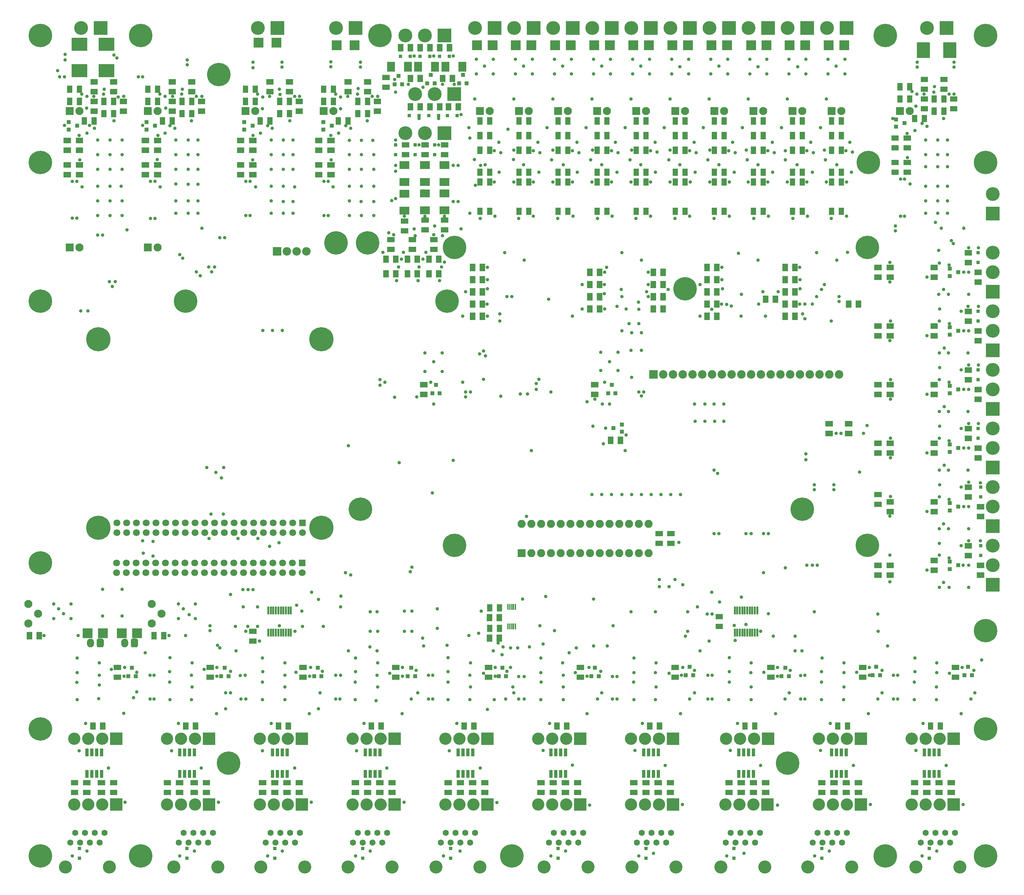
<source format=gbs>
G04 #@! TF.GenerationSoftware,KiCad,Pcbnew,(5.1.6)-1*
G04 #@! TF.CreationDate,2023-01-22T17:07:03+01:00*
G04 #@! TF.ProjectId,central-control-unit,63656e74-7261-46c2-9d63-6f6e74726f6c,rev?*
G04 #@! TF.SameCoordinates,Original*
G04 #@! TF.FileFunction,Soldermask,Bot*
G04 #@! TF.FilePolarity,Negative*
%FSLAX46Y46*%
G04 Gerber Fmt 4.6, Leading zero omitted, Abs format (unit mm)*
G04 Created by KiCad (PCBNEW (5.1.6)-1) date 2023-01-22 17:07:03*
%MOMM*%
%LPD*%
G01*
G04 APERTURE LIST*
%ADD10C,0.900000*%
%ADD11C,6.100000*%
%ADD12C,0.100000*%
%ADD13R,3.600000X3.600000*%
%ADD14C,3.600000*%
%ADD15R,1.100000X1.100000*%
%ADD16R,0.900000X0.900000*%
%ADD17R,2.600000X2.100000*%
%ADD18R,2.100000X2.600000*%
%ADD19C,2.100000*%
%ADD20O,1.840000X2.290000*%
%ADD21R,2.600000X2.600000*%
%ADD22C,2.200000*%
%ADD23R,2.200000X2.200000*%
%ADD24C,1.800000*%
%ADD25R,1.800000X1.800000*%
%ADD26C,6.300000*%
%ADD27O,2.200000X2.200000*%
%ADD28O,2.100000X2.100000*%
%ADD29R,2.100000X2.100000*%
%ADD30R,0.600000X2.100000*%
%ADD31R,0.900000X2.100000*%
%ADD32O,3.200000X3.200000*%
%ADD33R,3.200000X3.200000*%
%ADD34R,0.450000X1.600000*%
%ADD35C,1.600000*%
%ADD36C,3.400000*%
%ADD37R,3.400000X4.100000*%
%ADD38R,4.100000X3.400000*%
G04 APERTURE END LIST*
D10*
X172148500Y-126746000D03*
X126428500Y-127000000D03*
X104203500Y-123952000D03*
X145478500Y-122428000D03*
X130111500Y-115824000D03*
X59626500Y-93218000D03*
X35369500Y-97028000D03*
X161607500Y-120142000D03*
X166052500Y-120142000D03*
X166052500Y-115443000D03*
X161607500Y-115443000D03*
X163893500Y-117856000D03*
X118173500Y-117856000D03*
X115887500Y-120396000D03*
X120332500Y-120396000D03*
X120332500Y-115570000D03*
X115887500Y-115570000D03*
D11*
X121602500Y-102108000D03*
D10*
X245427500Y-211963000D03*
X221297500Y-211963000D03*
X197167500Y-211963000D03*
X172402500Y-211963000D03*
X148272500Y-211963000D03*
X124142500Y-211963000D03*
X100012500Y-211963000D03*
X75882500Y-211963000D03*
X51752500Y-211963000D03*
X27622500Y-211963000D03*
D12*
G36*
X103757500Y-213548000D02*
G01*
X103757500Y-211648000D01*
X105157500Y-211648000D01*
X105157500Y-213548000D01*
X103757500Y-213548000D01*
G37*
G36*
X101217500Y-213548000D02*
G01*
X101217500Y-211648000D01*
X102617500Y-211648000D01*
X102617500Y-213548000D01*
X101217500Y-213548000D01*
G37*
G36*
X31367500Y-213548000D02*
G01*
X31367500Y-211648000D01*
X32767500Y-211648000D01*
X32767500Y-213548000D01*
X31367500Y-213548000D01*
G37*
G36*
X28827500Y-213548000D02*
G01*
X28827500Y-211648000D01*
X30227500Y-211648000D01*
X30227500Y-213548000D01*
X28827500Y-213548000D01*
G37*
G36*
X79627500Y-213548000D02*
G01*
X79627500Y-211648000D01*
X81027500Y-211648000D01*
X81027500Y-213548000D01*
X79627500Y-213548000D01*
G37*
G36*
X77087500Y-213548000D02*
G01*
X77087500Y-211648000D01*
X78487500Y-211648000D01*
X78487500Y-213548000D01*
X77087500Y-213548000D01*
G37*
G36*
X55497500Y-213548000D02*
G01*
X55497500Y-211648000D01*
X56897500Y-211648000D01*
X56897500Y-213548000D01*
X55497500Y-213548000D01*
G37*
G36*
X52957500Y-213548000D02*
G01*
X52957500Y-211648000D01*
X54357500Y-211648000D01*
X54357500Y-213548000D01*
X52957500Y-213548000D01*
G37*
G36*
X176147500Y-213548000D02*
G01*
X176147500Y-211648000D01*
X177547500Y-211648000D01*
X177547500Y-213548000D01*
X176147500Y-213548000D01*
G37*
G36*
X173607500Y-213548000D02*
G01*
X173607500Y-211648000D01*
X175007500Y-211648000D01*
X175007500Y-213548000D01*
X173607500Y-213548000D01*
G37*
G36*
X249172500Y-213548000D02*
G01*
X249172500Y-211648000D01*
X250572500Y-211648000D01*
X250572500Y-213548000D01*
X249172500Y-213548000D01*
G37*
G36*
X246632500Y-213548000D02*
G01*
X246632500Y-211648000D01*
X248032500Y-211648000D01*
X248032500Y-213548000D01*
X246632500Y-213548000D01*
G37*
G36*
X152017500Y-213548000D02*
G01*
X152017500Y-211648000D01*
X153417500Y-211648000D01*
X153417500Y-213548000D01*
X152017500Y-213548000D01*
G37*
G36*
X149477500Y-213548000D02*
G01*
X149477500Y-211648000D01*
X150877500Y-211648000D01*
X150877500Y-213548000D01*
X149477500Y-213548000D01*
G37*
G36*
X200912500Y-213548000D02*
G01*
X200912500Y-211648000D01*
X202312500Y-211648000D01*
X202312500Y-213548000D01*
X200912500Y-213548000D01*
G37*
G36*
X198372500Y-213548000D02*
G01*
X198372500Y-211648000D01*
X199772500Y-211648000D01*
X199772500Y-213548000D01*
X198372500Y-213548000D01*
G37*
G36*
X127887500Y-213548000D02*
G01*
X127887500Y-211648000D01*
X129287500Y-211648000D01*
X129287500Y-213548000D01*
X127887500Y-213548000D01*
G37*
G36*
X125347500Y-213548000D02*
G01*
X125347500Y-211648000D01*
X126747500Y-211648000D01*
X126747500Y-213548000D01*
X125347500Y-213548000D01*
G37*
G36*
X225042500Y-213548000D02*
G01*
X225042500Y-211648000D01*
X226442500Y-211648000D01*
X226442500Y-213548000D01*
X225042500Y-213548000D01*
G37*
G36*
X222502500Y-213548000D02*
G01*
X222502500Y-211648000D01*
X223902500Y-211648000D01*
X223902500Y-213548000D01*
X222502500Y-213548000D01*
G37*
D13*
X120967500Y-58420000D03*
D14*
X115887500Y-58420000D03*
X110807500Y-58420000D03*
X115887500Y-33020000D03*
D13*
X120967500Y-33020000D03*
D14*
X110807500Y-33020000D03*
D13*
X123507500Y-48260000D03*
D14*
X118427500Y-48260000D03*
X113347500Y-48260000D03*
D10*
X113093500Y-38354000D03*
X118173500Y-38354000D03*
X123253500Y-38354000D03*
X123507500Y-45720000D03*
X115379500Y-46482000D03*
X108013500Y-44450000D03*
X114363500Y-54610000D03*
X119443500Y-54610000D03*
X125285500Y-53594000D03*
X108267500Y-60198000D03*
X119443500Y-61468000D03*
X114363500Y-61468000D03*
X125285500Y-83312000D03*
X120205500Y-93218000D03*
X114363500Y-93218000D03*
X109029500Y-93218000D03*
X113347500Y-85090000D03*
X120459500Y-45720000D03*
X111569500Y-45720000D03*
X108267500Y-47752000D03*
X127571500Y-59690000D03*
X127571500Y-79248000D03*
X118427500Y-82550000D03*
X118173500Y-84836000D03*
X120967500Y-91948000D03*
X115379500Y-91186000D03*
X109791500Y-91186000D03*
X108267500Y-68326000D03*
X108267500Y-66802000D03*
X124523500Y-66802000D03*
X123253500Y-66802000D03*
X107251500Y-75946000D03*
X108267500Y-75438000D03*
X124523500Y-76200000D03*
X123253500Y-76200000D03*
X120967500Y-80010000D03*
X107759500Y-84836000D03*
X110553500Y-80010000D03*
X115887500Y-80010000D03*
X108521500Y-96774000D03*
X114109500Y-96774000D03*
X119697500Y-96774000D03*
X106489500Y-84328000D03*
X113093500Y-83312000D03*
X120459500Y-85090000D03*
X104965500Y-89408000D03*
X110299500Y-89408000D03*
X116141500Y-89408000D03*
D12*
G36*
X123823500Y-52512000D02*
G01*
X123823500Y-50612000D01*
X125223500Y-50612000D01*
X125223500Y-52512000D01*
X123823500Y-52512000D01*
G37*
G36*
X121283500Y-52512000D02*
G01*
X121283500Y-50612000D01*
X122683500Y-50612000D01*
X122683500Y-52512000D01*
X121283500Y-52512000D01*
G37*
G36*
X116457500Y-37145000D02*
G01*
X116457500Y-35245000D01*
X117857500Y-35245000D01*
X117857500Y-37145000D01*
X116457500Y-37145000D01*
G37*
G36*
X113917500Y-37145000D02*
G01*
X113917500Y-35245000D01*
X115317500Y-35245000D01*
X115317500Y-37145000D01*
X113917500Y-37145000D01*
G37*
G36*
X118997500Y-52512000D02*
G01*
X118997500Y-50612000D01*
X120397500Y-50612000D01*
X120397500Y-52512000D01*
X118997500Y-52512000D01*
G37*
G36*
X116457500Y-52512000D02*
G01*
X116457500Y-50612000D01*
X117857500Y-50612000D01*
X117857500Y-52512000D01*
X116457500Y-52512000D01*
G37*
G36*
X121537500Y-37145000D02*
G01*
X121537500Y-35245000D01*
X122937500Y-35245000D01*
X122937500Y-37145000D01*
X121537500Y-37145000D01*
G37*
G36*
X118997500Y-37145000D02*
G01*
X118997500Y-35245000D01*
X120397500Y-35245000D01*
X120397500Y-37145000D01*
X118997500Y-37145000D01*
G37*
G36*
X113917500Y-52512000D02*
G01*
X113917500Y-50612000D01*
X115317500Y-50612000D01*
X115317500Y-52512000D01*
X113917500Y-52512000D01*
G37*
G36*
X111377500Y-52512000D02*
G01*
X111377500Y-50612000D01*
X112777500Y-50612000D01*
X112777500Y-52512000D01*
X111377500Y-52512000D01*
G37*
G36*
X111377500Y-37145000D02*
G01*
X111377500Y-35245000D01*
X112777500Y-35245000D01*
X112777500Y-37145000D01*
X111377500Y-37145000D01*
G37*
G36*
X108837500Y-37145000D02*
G01*
X108837500Y-35245000D01*
X110237500Y-35245000D01*
X110237500Y-37145000D01*
X108837500Y-37145000D01*
G37*
G36*
X121917500Y-81726000D02*
G01*
X120017500Y-81726000D01*
X120017500Y-80326000D01*
X121917500Y-80326000D01*
X121917500Y-81726000D01*
G37*
G36*
X121917500Y-84266000D02*
G01*
X120017500Y-84266000D01*
X120017500Y-82866000D01*
X121917500Y-82866000D01*
X121917500Y-84266000D01*
G37*
G36*
X113917500Y-45146000D02*
G01*
X113917500Y-43246000D01*
X115317500Y-43246000D01*
X115317500Y-45146000D01*
X113917500Y-45146000D01*
G37*
G36*
X111377500Y-45146000D02*
G01*
X111377500Y-43246000D01*
X112777500Y-43246000D01*
X112777500Y-45146000D01*
X111377500Y-45146000D01*
G37*
G36*
X116837500Y-81726000D02*
G01*
X114937500Y-81726000D01*
X114937500Y-80326000D01*
X116837500Y-80326000D01*
X116837500Y-81726000D01*
G37*
G36*
X116837500Y-84266000D02*
G01*
X114937500Y-84266000D01*
X114937500Y-82866000D01*
X116837500Y-82866000D01*
X116837500Y-84266000D01*
G37*
G36*
X122299500Y-45146000D02*
G01*
X122299500Y-43246000D01*
X123699500Y-43246000D01*
X123699500Y-45146000D01*
X122299500Y-45146000D01*
G37*
G36*
X119759500Y-45146000D02*
G01*
X119759500Y-43246000D01*
X121159500Y-43246000D01*
X121159500Y-45146000D01*
X119759500Y-45146000D01*
G37*
G36*
X111503500Y-81980000D02*
G01*
X109603500Y-81980000D01*
X109603500Y-80580000D01*
X111503500Y-80580000D01*
X111503500Y-81980000D01*
G37*
G36*
X111503500Y-84520000D02*
G01*
X109603500Y-84520000D01*
X109603500Y-83120000D01*
X111503500Y-83120000D01*
X111503500Y-84520000D01*
G37*
G36*
X106677500Y-44642000D02*
G01*
X104777500Y-44642000D01*
X104777500Y-43242000D01*
X106677500Y-43242000D01*
X106677500Y-44642000D01*
G37*
G36*
X106677500Y-47182000D02*
G01*
X104777500Y-47182000D01*
X104777500Y-45782000D01*
X106677500Y-45782000D01*
X106677500Y-47182000D01*
G37*
D15*
X117411500Y-43250000D03*
X116461500Y-45450000D03*
X118361500Y-45450000D03*
X125727500Y-43266000D03*
X124777500Y-45466000D03*
X126677500Y-45466000D03*
X108963500Y-43504000D03*
X108013500Y-45704000D03*
X109913500Y-45704000D03*
D16*
X121729500Y-53848000D03*
X124269500Y-53848000D03*
X119697500Y-38481000D03*
X122237500Y-38481000D03*
X114617500Y-38481000D03*
X117157500Y-38481000D03*
X116903500Y-53848000D03*
X119443500Y-53848000D03*
X111823500Y-53848000D03*
X114363500Y-53848000D03*
X109537500Y-38481000D03*
X112077500Y-38481000D03*
D17*
X120967500Y-74086000D03*
X120967500Y-78486000D03*
D18*
X114109500Y-41148000D03*
X118509500Y-41148000D03*
D17*
X115887500Y-74086000D03*
X115887500Y-78486000D03*
D18*
X121221500Y-41148000D03*
X125621500Y-41148000D03*
D17*
X110553500Y-74168000D03*
X110553500Y-78568000D03*
D18*
X107083500Y-41148000D03*
X111483500Y-41148000D03*
D10*
X64071500Y-203962000D03*
X60007500Y-187833000D03*
X62547500Y-192278000D03*
X159575500Y-134620000D03*
X168211500Y-136906000D03*
X162877500Y-135128000D03*
X162242500Y-139192000D03*
X258635500Y-198120000D03*
X258889500Y-203962000D03*
X255587500Y-197358000D03*
X234759500Y-203962000D03*
X234759500Y-198120000D03*
X231457500Y-197358000D03*
X210883500Y-198120000D03*
X207581500Y-197358000D03*
X210629500Y-203962000D03*
X185991500Y-198120000D03*
X185991500Y-203962000D03*
X182943500Y-197358000D03*
X161861500Y-203962000D03*
X161607500Y-198374000D03*
X158559500Y-197358000D03*
X113982500Y-203962000D03*
X110045500Y-197358000D03*
X110045500Y-199644000D03*
X139001500Y-203962000D03*
X137223500Y-198374000D03*
X134175500Y-197358000D03*
X134175500Y-199644000D03*
X85915500Y-199644000D03*
X88582500Y-203962000D03*
X65341500Y-203962000D03*
X61912500Y-191643000D03*
X60007500Y-186563000D03*
X40957500Y-203708000D03*
X89217500Y-198374000D03*
X86169500Y-197358000D03*
X40957500Y-198628000D03*
X61785500Y-197358000D03*
X65341500Y-198374000D03*
X37782500Y-197358000D03*
D12*
G36*
X165987500Y-139253000D02*
G01*
X165987500Y-137353000D01*
X167387500Y-137353000D01*
X167387500Y-139253000D01*
X165987500Y-139253000D01*
G37*
G36*
X163447500Y-139253000D02*
G01*
X163447500Y-137353000D01*
X164847500Y-137353000D01*
X164847500Y-139253000D01*
X163447500Y-139253000D01*
G37*
D10*
X176847500Y-174498000D03*
X180911500Y-174498000D03*
X179387500Y-176403000D03*
X176847500Y-176403000D03*
X32067500Y-184023000D03*
X37147500Y-184023000D03*
X25717500Y-189103000D03*
D12*
G36*
X74865000Y-56195000D02*
G01*
X74865000Y-54295000D01*
X76265000Y-54295000D01*
X76265000Y-56195000D01*
X74865000Y-56195000D01*
G37*
G36*
X72325000Y-56195000D02*
G01*
X72325000Y-54295000D01*
X73725000Y-54295000D01*
X73725000Y-56195000D01*
X72325000Y-56195000D01*
G37*
G36*
X29145000Y-56195000D02*
G01*
X29145000Y-54295000D01*
X30545000Y-54295000D01*
X30545000Y-56195000D01*
X29145000Y-56195000D01*
G37*
G36*
X26605000Y-56195000D02*
G01*
X26605000Y-54295000D01*
X28005000Y-54295000D01*
X28005000Y-56195000D01*
X26605000Y-56195000D01*
G37*
G36*
X49465000Y-56195000D02*
G01*
X49465000Y-54295000D01*
X50865000Y-54295000D01*
X50865000Y-56195000D01*
X49465000Y-56195000D01*
G37*
G36*
X46925000Y-56195000D02*
G01*
X46925000Y-54295000D01*
X48325000Y-54295000D01*
X48325000Y-56195000D01*
X46925000Y-56195000D01*
G37*
G36*
X245045000Y-55560000D02*
G01*
X245045000Y-53660000D01*
X246445000Y-53660000D01*
X246445000Y-55560000D01*
X245045000Y-55560000D01*
G37*
G36*
X242505000Y-55560000D02*
G01*
X242505000Y-53660000D01*
X243905000Y-53660000D01*
X243905000Y-55560000D01*
X242505000Y-55560000D01*
G37*
G36*
X72070000Y-61025000D02*
G01*
X70170000Y-61025000D01*
X70170000Y-59625000D01*
X72070000Y-59625000D01*
X72070000Y-61025000D01*
G37*
G36*
X72070000Y-63565000D02*
G01*
X70170000Y-63565000D01*
X70170000Y-62165000D01*
X72070000Y-62165000D01*
X72070000Y-63565000D01*
G37*
G36*
X26985000Y-61025000D02*
G01*
X25085000Y-61025000D01*
X25085000Y-59625000D01*
X26985000Y-59625000D01*
X26985000Y-61025000D01*
G37*
G36*
X26985000Y-63565000D02*
G01*
X25085000Y-63565000D01*
X25085000Y-62165000D01*
X26985000Y-62165000D01*
X26985000Y-63565000D01*
G37*
G36*
X47305000Y-61025000D02*
G01*
X45405000Y-61025000D01*
X45405000Y-59625000D01*
X47305000Y-59625000D01*
X47305000Y-61025000D01*
G37*
G36*
X47305000Y-63565000D02*
G01*
X45405000Y-63565000D01*
X45405000Y-62165000D01*
X47305000Y-62165000D01*
X47305000Y-63565000D01*
G37*
G36*
X242250000Y-60390000D02*
G01*
X240350000Y-60390000D01*
X240350000Y-58990000D01*
X242250000Y-58990000D01*
X242250000Y-60390000D01*
G37*
G36*
X242250000Y-62930000D02*
G01*
X240350000Y-62930000D01*
X240350000Y-61530000D01*
X242250000Y-61530000D01*
X242250000Y-62930000D01*
G37*
G36*
X95185000Y-56195000D02*
G01*
X95185000Y-54295000D01*
X96585000Y-54295000D01*
X96585000Y-56195000D01*
X95185000Y-56195000D01*
G37*
G36*
X92645000Y-56195000D02*
G01*
X92645000Y-54295000D01*
X94045000Y-54295000D01*
X94045000Y-56195000D01*
X92645000Y-56195000D01*
G37*
G36*
X92390000Y-61025000D02*
G01*
X90490000Y-61025000D01*
X90490000Y-59625000D01*
X92390000Y-59625000D01*
X92390000Y-61025000D01*
G37*
G36*
X92390000Y-63565000D02*
G01*
X90490000Y-63565000D01*
X90490000Y-62165000D01*
X92390000Y-62165000D01*
X92390000Y-63565000D01*
G37*
G36*
X178882000Y-164400000D02*
G01*
X180782000Y-164400000D01*
X180782000Y-165800000D01*
X178882000Y-165800000D01*
X178882000Y-164400000D01*
G37*
G36*
X178882000Y-161860000D02*
G01*
X180782000Y-161860000D01*
X180782000Y-163260000D01*
X178882000Y-163260000D01*
X178882000Y-161860000D01*
G37*
G36*
X175834000Y-164400000D02*
G01*
X177734000Y-164400000D01*
X177734000Y-165800000D01*
X175834000Y-165800000D01*
X175834000Y-164400000D01*
G37*
G36*
X175834000Y-161860000D02*
G01*
X177734000Y-161860000D01*
X177734000Y-163260000D01*
X175834000Y-163260000D01*
X175834000Y-161860000D01*
G37*
G36*
X132015000Y-72070000D02*
G01*
X132015000Y-70170000D01*
X133415000Y-70170000D01*
X133415000Y-72070000D01*
X132015000Y-72070000D01*
G37*
G36*
X129475000Y-72070000D02*
G01*
X129475000Y-70170000D01*
X130875000Y-70170000D01*
X130875000Y-72070000D01*
X129475000Y-72070000D01*
G37*
G36*
X132015000Y-69530000D02*
G01*
X132015000Y-67630000D01*
X133415000Y-67630000D01*
X133415000Y-69530000D01*
X132015000Y-69530000D01*
G37*
G36*
X129475000Y-69530000D02*
G01*
X129475000Y-67630000D01*
X130875000Y-67630000D01*
X130875000Y-69530000D01*
X129475000Y-69530000D01*
G37*
G36*
X142175000Y-72070000D02*
G01*
X142175000Y-70170000D01*
X143575000Y-70170000D01*
X143575000Y-72070000D01*
X142175000Y-72070000D01*
G37*
G36*
X139635000Y-72070000D02*
G01*
X139635000Y-70170000D01*
X141035000Y-70170000D01*
X141035000Y-72070000D01*
X139635000Y-72070000D01*
G37*
G36*
X142175000Y-69530000D02*
G01*
X142175000Y-67630000D01*
X143575000Y-67630000D01*
X143575000Y-69530000D01*
X142175000Y-69530000D01*
G37*
G36*
X139635000Y-69530000D02*
G01*
X139635000Y-67630000D01*
X141035000Y-67630000D01*
X141035000Y-69530000D01*
X139635000Y-69530000D01*
G37*
G36*
X182815000Y-72070000D02*
G01*
X182815000Y-70170000D01*
X184215000Y-70170000D01*
X184215000Y-72070000D01*
X182815000Y-72070000D01*
G37*
G36*
X180275000Y-72070000D02*
G01*
X180275000Y-70170000D01*
X181675000Y-70170000D01*
X181675000Y-72070000D01*
X180275000Y-72070000D01*
G37*
G36*
X152335000Y-72070000D02*
G01*
X152335000Y-70170000D01*
X153735000Y-70170000D01*
X153735000Y-72070000D01*
X152335000Y-72070000D01*
G37*
G36*
X149795000Y-72070000D02*
G01*
X149795000Y-70170000D01*
X151195000Y-70170000D01*
X151195000Y-72070000D01*
X149795000Y-72070000D01*
G37*
G36*
X182815000Y-69530000D02*
G01*
X182815000Y-67630000D01*
X184215000Y-67630000D01*
X184215000Y-69530000D01*
X182815000Y-69530000D01*
G37*
G36*
X180275000Y-69530000D02*
G01*
X180275000Y-67630000D01*
X181675000Y-67630000D01*
X181675000Y-69530000D01*
X180275000Y-69530000D01*
G37*
G36*
X172655000Y-72070000D02*
G01*
X172655000Y-70170000D01*
X174055000Y-70170000D01*
X174055000Y-72070000D01*
X172655000Y-72070000D01*
G37*
G36*
X170115000Y-72070000D02*
G01*
X170115000Y-70170000D01*
X171515000Y-70170000D01*
X171515000Y-72070000D01*
X170115000Y-72070000D01*
G37*
G36*
X162495000Y-72070000D02*
G01*
X162495000Y-70170000D01*
X163895000Y-70170000D01*
X163895000Y-72070000D01*
X162495000Y-72070000D01*
G37*
G36*
X159955000Y-72070000D02*
G01*
X159955000Y-70170000D01*
X161355000Y-70170000D01*
X161355000Y-72070000D01*
X159955000Y-72070000D01*
G37*
G36*
X152335000Y-69530000D02*
G01*
X152335000Y-67630000D01*
X153735000Y-67630000D01*
X153735000Y-69530000D01*
X152335000Y-69530000D01*
G37*
G36*
X149795000Y-69530000D02*
G01*
X149795000Y-67630000D01*
X151195000Y-67630000D01*
X151195000Y-69530000D01*
X149795000Y-69530000D01*
G37*
G36*
X172655000Y-69530000D02*
G01*
X172655000Y-67630000D01*
X174055000Y-67630000D01*
X174055000Y-69530000D01*
X172655000Y-69530000D01*
G37*
G36*
X170115000Y-69530000D02*
G01*
X170115000Y-67630000D01*
X171515000Y-67630000D01*
X171515000Y-69530000D01*
X170115000Y-69530000D01*
G37*
G36*
X162495000Y-69530000D02*
G01*
X162495000Y-67630000D01*
X163895000Y-67630000D01*
X163895000Y-69530000D01*
X162495000Y-69530000D01*
G37*
G36*
X159955000Y-69530000D02*
G01*
X159955000Y-67630000D01*
X161355000Y-67630000D01*
X161355000Y-69530000D01*
X159955000Y-69530000D01*
G37*
G36*
X213295000Y-72070000D02*
G01*
X213295000Y-70170000D01*
X214695000Y-70170000D01*
X214695000Y-72070000D01*
X213295000Y-72070000D01*
G37*
G36*
X210755000Y-72070000D02*
G01*
X210755000Y-70170000D01*
X212155000Y-70170000D01*
X212155000Y-72070000D01*
X210755000Y-72070000D01*
G37*
G36*
X203135000Y-72070000D02*
G01*
X203135000Y-70170000D01*
X204535000Y-70170000D01*
X204535000Y-72070000D01*
X203135000Y-72070000D01*
G37*
G36*
X200595000Y-72070000D02*
G01*
X200595000Y-70170000D01*
X201995000Y-70170000D01*
X201995000Y-72070000D01*
X200595000Y-72070000D01*
G37*
G36*
X223455000Y-72070000D02*
G01*
X223455000Y-70170000D01*
X224855000Y-70170000D01*
X224855000Y-72070000D01*
X223455000Y-72070000D01*
G37*
G36*
X220915000Y-72070000D02*
G01*
X220915000Y-70170000D01*
X222315000Y-70170000D01*
X222315000Y-72070000D01*
X220915000Y-72070000D01*
G37*
G36*
X192975000Y-72070000D02*
G01*
X192975000Y-70170000D01*
X194375000Y-70170000D01*
X194375000Y-72070000D01*
X192975000Y-72070000D01*
G37*
G36*
X190435000Y-72070000D02*
G01*
X190435000Y-70170000D01*
X191835000Y-70170000D01*
X191835000Y-72070000D01*
X190435000Y-72070000D01*
G37*
G36*
X213295000Y-69530000D02*
G01*
X213295000Y-67630000D01*
X214695000Y-67630000D01*
X214695000Y-69530000D01*
X213295000Y-69530000D01*
G37*
G36*
X210755000Y-69530000D02*
G01*
X210755000Y-67630000D01*
X212155000Y-67630000D01*
X212155000Y-69530000D01*
X210755000Y-69530000D01*
G37*
G36*
X203135000Y-69530000D02*
G01*
X203135000Y-67630000D01*
X204535000Y-67630000D01*
X204535000Y-69530000D01*
X203135000Y-69530000D01*
G37*
G36*
X200595000Y-69530000D02*
G01*
X200595000Y-67630000D01*
X201995000Y-67630000D01*
X201995000Y-69530000D01*
X200595000Y-69530000D01*
G37*
G36*
X223455000Y-69530000D02*
G01*
X223455000Y-67630000D01*
X224855000Y-67630000D01*
X224855000Y-69530000D01*
X223455000Y-69530000D01*
G37*
G36*
X220915000Y-69530000D02*
G01*
X220915000Y-67630000D01*
X222315000Y-67630000D01*
X222315000Y-69530000D01*
X220915000Y-69530000D01*
G37*
G36*
X192975000Y-69530000D02*
G01*
X192975000Y-67630000D01*
X194375000Y-67630000D01*
X194375000Y-69530000D01*
X192975000Y-69530000D01*
G37*
G36*
X190435000Y-69530000D02*
G01*
X190435000Y-67630000D01*
X191835000Y-67630000D01*
X191835000Y-69530000D01*
X190435000Y-69530000D01*
G37*
G36*
X193355000Y-184850000D02*
G01*
X191455000Y-184850000D01*
X191455000Y-183450000D01*
X193355000Y-183450000D01*
X193355000Y-184850000D01*
G37*
G36*
X193355000Y-187390000D02*
G01*
X191455000Y-187390000D01*
X191455000Y-185990000D01*
X193355000Y-185990000D01*
X193355000Y-187390000D01*
G37*
G36*
X72070000Y-188660000D02*
G01*
X70170000Y-188660000D01*
X70170000Y-187260000D01*
X72070000Y-187260000D01*
X72070000Y-188660000D01*
G37*
G36*
X72070000Y-191200000D02*
G01*
X70170000Y-191200000D01*
X70170000Y-189800000D01*
X72070000Y-189800000D01*
X72070000Y-191200000D01*
G37*
G36*
X133415000Y-180914000D02*
G01*
X133415000Y-182814000D01*
X132015000Y-182814000D01*
X132015000Y-180914000D01*
X133415000Y-180914000D01*
G37*
G36*
X135955000Y-180914000D02*
G01*
X135955000Y-182814000D01*
X134555000Y-182814000D01*
X134555000Y-180914000D01*
X135955000Y-180914000D01*
G37*
G36*
X133351500Y-183454000D02*
G01*
X133351500Y-185354000D01*
X131951500Y-185354000D01*
X131951500Y-183454000D01*
X133351500Y-183454000D01*
G37*
G36*
X135891500Y-183454000D02*
G01*
X135891500Y-185354000D01*
X134491500Y-185354000D01*
X134491500Y-183454000D01*
X135891500Y-183454000D01*
G37*
G36*
X133415000Y-186248000D02*
G01*
X133415000Y-188148000D01*
X132015000Y-188148000D01*
X132015000Y-186248000D01*
X133415000Y-186248000D01*
G37*
G36*
X135955000Y-186248000D02*
G01*
X135955000Y-188148000D01*
X134555000Y-188148000D01*
X134555000Y-186248000D01*
X135955000Y-186248000D01*
G37*
G36*
X133351500Y-188788000D02*
G01*
X133351500Y-190688000D01*
X131951500Y-190688000D01*
X131951500Y-188788000D01*
X133351500Y-188788000D01*
G37*
G36*
X135891500Y-188788000D02*
G01*
X135891500Y-190688000D01*
X134491500Y-190688000D01*
X134491500Y-188788000D01*
X135891500Y-188788000D01*
G37*
G36*
X220030000Y-135825000D02*
G01*
X221930000Y-135825000D01*
X221930000Y-137225000D01*
X220030000Y-137225000D01*
X220030000Y-135825000D01*
G37*
G36*
X220030000Y-133285000D02*
G01*
X221930000Y-133285000D01*
X221930000Y-134685000D01*
X220030000Y-134685000D01*
X220030000Y-133285000D01*
G37*
G36*
X227010000Y-134685000D02*
G01*
X225110000Y-134685000D01*
X225110000Y-133285000D01*
X227010000Y-133285000D01*
X227010000Y-134685000D01*
G37*
G36*
X227010000Y-137225000D02*
G01*
X225110000Y-137225000D01*
X225110000Y-135825000D01*
X227010000Y-135825000D01*
X227010000Y-137225000D01*
G37*
G36*
X234630000Y-109285000D02*
G01*
X232730000Y-109285000D01*
X232730000Y-107885000D01*
X234630000Y-107885000D01*
X234630000Y-109285000D01*
G37*
G36*
X234630000Y-111825000D02*
G01*
X232730000Y-111825000D01*
X232730000Y-110425000D01*
X234630000Y-110425000D01*
X234630000Y-111825000D01*
G37*
G36*
X234630000Y-124525000D02*
G01*
X232730000Y-124525000D01*
X232730000Y-123125000D01*
X234630000Y-123125000D01*
X234630000Y-124525000D01*
G37*
G36*
X234630000Y-127065000D02*
G01*
X232730000Y-127065000D01*
X232730000Y-125665000D01*
X234630000Y-125665000D01*
X234630000Y-127065000D01*
G37*
G36*
X234630000Y-139765000D02*
G01*
X232730000Y-139765000D01*
X232730000Y-138365000D01*
X234630000Y-138365000D01*
X234630000Y-139765000D01*
G37*
G36*
X234630000Y-142305000D02*
G01*
X232730000Y-142305000D01*
X232730000Y-140905000D01*
X234630000Y-140905000D01*
X234630000Y-142305000D01*
G37*
G36*
X234630000Y-171515000D02*
G01*
X232730000Y-171515000D01*
X232730000Y-170115000D01*
X234630000Y-170115000D01*
X234630000Y-171515000D01*
G37*
G36*
X234630000Y-174055000D02*
G01*
X232730000Y-174055000D01*
X232730000Y-172655000D01*
X234630000Y-172655000D01*
X234630000Y-174055000D01*
G37*
G36*
X234630000Y-94045000D02*
G01*
X232730000Y-94045000D01*
X232730000Y-92645000D01*
X234630000Y-92645000D01*
X234630000Y-94045000D01*
G37*
G36*
X234630000Y-96585000D02*
G01*
X232730000Y-96585000D01*
X232730000Y-95185000D01*
X234630000Y-95185000D01*
X234630000Y-96585000D01*
G37*
G36*
X234630000Y-153100000D02*
G01*
X232730000Y-153100000D01*
X232730000Y-151700000D01*
X234630000Y-151700000D01*
X234630000Y-153100000D01*
G37*
G36*
X234630000Y-155640000D02*
G01*
X232730000Y-155640000D01*
X232730000Y-154240000D01*
X234630000Y-154240000D01*
X234630000Y-155640000D01*
G37*
G36*
X237805000Y-109285000D02*
G01*
X235905000Y-109285000D01*
X235905000Y-107885000D01*
X237805000Y-107885000D01*
X237805000Y-109285000D01*
G37*
G36*
X237805000Y-111825000D02*
G01*
X235905000Y-111825000D01*
X235905000Y-110425000D01*
X237805000Y-110425000D01*
X237805000Y-111825000D01*
G37*
G36*
X237805000Y-124525000D02*
G01*
X235905000Y-124525000D01*
X235905000Y-123125000D01*
X237805000Y-123125000D01*
X237805000Y-124525000D01*
G37*
G36*
X237805000Y-127065000D02*
G01*
X235905000Y-127065000D01*
X235905000Y-125665000D01*
X237805000Y-125665000D01*
X237805000Y-127065000D01*
G37*
G36*
X237805000Y-139765000D02*
G01*
X235905000Y-139765000D01*
X235905000Y-138365000D01*
X237805000Y-138365000D01*
X237805000Y-139765000D01*
G37*
G36*
X237805000Y-142305000D02*
G01*
X235905000Y-142305000D01*
X235905000Y-140905000D01*
X237805000Y-140905000D01*
X237805000Y-142305000D01*
G37*
G36*
X237805000Y-171515000D02*
G01*
X235905000Y-171515000D01*
X235905000Y-170115000D01*
X237805000Y-170115000D01*
X237805000Y-171515000D01*
G37*
G36*
X237805000Y-174055000D02*
G01*
X235905000Y-174055000D01*
X235905000Y-172655000D01*
X237805000Y-172655000D01*
X237805000Y-174055000D01*
G37*
G36*
X237805000Y-94045000D02*
G01*
X235905000Y-94045000D01*
X235905000Y-92645000D01*
X237805000Y-92645000D01*
X237805000Y-94045000D01*
G37*
G36*
X237805000Y-96585000D02*
G01*
X235905000Y-96585000D01*
X235905000Y-95185000D01*
X237805000Y-95185000D01*
X237805000Y-96585000D01*
G37*
G36*
X237805000Y-155005000D02*
G01*
X235905000Y-155005000D01*
X235905000Y-153605000D01*
X237805000Y-153605000D01*
X237805000Y-155005000D01*
G37*
G36*
X237805000Y-157545000D02*
G01*
X235905000Y-157545000D01*
X235905000Y-156145000D01*
X237805000Y-156145000D01*
X237805000Y-157545000D01*
G37*
G36*
X258125000Y-105475000D02*
G01*
X256225000Y-105475000D01*
X256225000Y-104075000D01*
X258125000Y-104075000D01*
X258125000Y-105475000D01*
G37*
G36*
X258125000Y-108015000D02*
G01*
X256225000Y-108015000D01*
X256225000Y-106615000D01*
X258125000Y-106615000D01*
X258125000Y-108015000D01*
G37*
G36*
X258125000Y-120715000D02*
G01*
X256225000Y-120715000D01*
X256225000Y-119315000D01*
X258125000Y-119315000D01*
X258125000Y-120715000D01*
G37*
G36*
X258125000Y-123255000D02*
G01*
X256225000Y-123255000D01*
X256225000Y-121855000D01*
X258125000Y-121855000D01*
X258125000Y-123255000D01*
G37*
G36*
X258125000Y-135955000D02*
G01*
X256225000Y-135955000D01*
X256225000Y-134555000D01*
X258125000Y-134555000D01*
X258125000Y-135955000D01*
G37*
G36*
X258125000Y-138495000D02*
G01*
X256225000Y-138495000D01*
X256225000Y-137095000D01*
X258125000Y-137095000D01*
X258125000Y-138495000D01*
G37*
G36*
X258125000Y-166435000D02*
G01*
X256225000Y-166435000D01*
X256225000Y-165035000D01*
X258125000Y-165035000D01*
X258125000Y-166435000D01*
G37*
G36*
X258125000Y-168975000D02*
G01*
X256225000Y-168975000D01*
X256225000Y-167575000D01*
X258125000Y-167575000D01*
X258125000Y-168975000D01*
G37*
G36*
X258125000Y-90235000D02*
G01*
X256225000Y-90235000D01*
X256225000Y-88835000D01*
X258125000Y-88835000D01*
X258125000Y-90235000D01*
G37*
G36*
X258125000Y-92775000D02*
G01*
X256225000Y-92775000D01*
X256225000Y-91375000D01*
X258125000Y-91375000D01*
X258125000Y-92775000D01*
G37*
G36*
X258125000Y-151195000D02*
G01*
X256225000Y-151195000D01*
X256225000Y-149795000D01*
X258125000Y-149795000D01*
X258125000Y-151195000D01*
G37*
G36*
X258125000Y-153735000D02*
G01*
X256225000Y-153735000D01*
X256225000Y-152335000D01*
X258125000Y-152335000D01*
X258125000Y-153735000D01*
G37*
D10*
X51752500Y-184658000D03*
X56197500Y-184658000D03*
X56197500Y-180848000D03*
X51752500Y-180848000D03*
X19367500Y-184658000D03*
X23812500Y-184658000D03*
X23812500Y-180848000D03*
X19367500Y-180848000D03*
X28257500Y-104648000D03*
X26352500Y-104648000D03*
X63817500Y-85598000D03*
X62547500Y-85598000D03*
X44386500Y-205613000D03*
D11*
X104203500Y-33020000D03*
X261620000Y-187833000D03*
D10*
X52895500Y-90932000D03*
X57467500Y-95504000D03*
X143065500Y-192024000D03*
X146621500Y-191262000D03*
X135953500Y-194056000D03*
X138112500Y-192278000D03*
X138747500Y-202438000D03*
X136207500Y-192024000D03*
X138112500Y-197358000D03*
X153352500Y-193548000D03*
X115252500Y-189738000D03*
X119062500Y-187198000D03*
X119062500Y-182118000D03*
X129857500Y-188468000D03*
X141287500Y-179578000D03*
X130492500Y-182753000D03*
X140017500Y-192278000D03*
X121602500Y-191643000D03*
X155257500Y-192278000D03*
X134937500Y-191008000D03*
X145732500Y-186563000D03*
X149542500Y-187833000D03*
X127317500Y-189103000D03*
X133667500Y-193040000D03*
X246062500Y-72263000D03*
X249237500Y-72263000D03*
X249237500Y-76073000D03*
X246062500Y-76073000D03*
X246062500Y-79248000D03*
X249237500Y-79248000D03*
X251777500Y-79248000D03*
X251777500Y-76073000D03*
X251777500Y-72263000D03*
X246062500Y-60198000D03*
X249237500Y-60198000D03*
X249237500Y-64008000D03*
X246062500Y-64008000D03*
X246062500Y-67183000D03*
X249237500Y-67183000D03*
X251777500Y-67183000D03*
X251777500Y-64008000D03*
X251777500Y-60198000D03*
X167957500Y-57023000D03*
X220662500Y-43053000D03*
X225107500Y-43053000D03*
X225107500Y-39243000D03*
X220662500Y-39243000D03*
X210502500Y-43053000D03*
X214947500Y-43053000D03*
X214947500Y-39243000D03*
X210502500Y-39243000D03*
X204787500Y-43053000D03*
X200342500Y-43053000D03*
X204787500Y-39243000D03*
X200342500Y-39243000D03*
X190182500Y-43053000D03*
X194627500Y-43053000D03*
X194627500Y-39243000D03*
X190182500Y-39243000D03*
X180022500Y-43053000D03*
X184467500Y-43053000D03*
X184467500Y-39243000D03*
X180022500Y-39243000D03*
X169862500Y-43053000D03*
X174307500Y-43053000D03*
X174307500Y-39243000D03*
X169862500Y-39243000D03*
X159702500Y-43053000D03*
X164147500Y-43053000D03*
X164147500Y-39243000D03*
X159702500Y-39243000D03*
X149542500Y-43053000D03*
X153987500Y-43053000D03*
X153987500Y-39243000D03*
X149542500Y-39243000D03*
X139382500Y-43053000D03*
X143827500Y-43053000D03*
X143827500Y-39243000D03*
X139382500Y-39243000D03*
X129222500Y-43053000D03*
X133667500Y-43053000D03*
X133667500Y-39243000D03*
X129222500Y-39243000D03*
X102552500Y-79883000D03*
X99377500Y-79883000D03*
X96202500Y-79883000D03*
X96202500Y-76073000D03*
X96202500Y-72263000D03*
X99377500Y-72263000D03*
X102552500Y-72263000D03*
X96202500Y-67818000D03*
X99377500Y-67818000D03*
X102552500Y-67818000D03*
X102552500Y-64008000D03*
X99377500Y-64008000D03*
X96202500Y-64008000D03*
X96202500Y-60325000D03*
X99377500Y-60325000D03*
X102298500Y-60325000D03*
X75882500Y-79248000D03*
X79057500Y-79248000D03*
X81597500Y-79248000D03*
X75882500Y-76073000D03*
X75882500Y-72263000D03*
X79057500Y-72263000D03*
X81978500Y-72390000D03*
X75882500Y-67818000D03*
X79057500Y-67818000D03*
X81597500Y-67818000D03*
X81597500Y-64008000D03*
X79057500Y-64008000D03*
X75882500Y-64008000D03*
X75882500Y-60198000D03*
X79057500Y-60198000D03*
X81597500Y-60198000D03*
X30797500Y-79883000D03*
X33972500Y-79883000D03*
X37147500Y-79883000D03*
X37147500Y-76073000D03*
X33972500Y-76073000D03*
X30797500Y-76073000D03*
X30797500Y-72263000D03*
X33972500Y-72263000D03*
X36893500Y-72263000D03*
X30797500Y-67818000D03*
X33972500Y-67818000D03*
X37147500Y-67818000D03*
X37147500Y-64008000D03*
X33972500Y-64008000D03*
X30797500Y-64008000D03*
X30797500Y-60198000D03*
X33972500Y-60198000D03*
X37147500Y-60198000D03*
X51117500Y-79248000D03*
X54292500Y-79248000D03*
X56832500Y-79248000D03*
X56832500Y-76073000D03*
X54292500Y-76073000D03*
X51117500Y-76073000D03*
X51117500Y-71628000D03*
X54292500Y-71755000D03*
X56832500Y-71755000D03*
X54292500Y-67818000D03*
X54292500Y-64008000D03*
X54292500Y-60198000D03*
X51117500Y-64008000D03*
X51117500Y-67818000D03*
X56832500Y-67818000D03*
X56832500Y-64008000D03*
X56832500Y-60198000D03*
X51117500Y-60198000D03*
X22288500Y-37973000D03*
X22288500Y-39370000D03*
X37528500Y-48895000D03*
X32448500Y-46990000D03*
X32321500Y-48260000D03*
X36131500Y-49022000D03*
X29781500Y-48895000D03*
X26606500Y-48260000D03*
X27876500Y-51943000D03*
X34988500Y-55245000D03*
X29908500Y-57150000D03*
X28003500Y-58420000D03*
X20383500Y-42164000D03*
X20891500Y-43815000D03*
X22161500Y-43815000D03*
X28003500Y-48895000D03*
X28638500Y-56388000D03*
X22161500Y-56388000D03*
X25971500Y-59055000D03*
X26098500Y-65405000D03*
X26733500Y-72390000D03*
X24193500Y-70993000D03*
X25336500Y-70993000D03*
X24193500Y-80518000D03*
X25336500Y-80518000D03*
X30797500Y-84963000D03*
X32067500Y-84963000D03*
X38417500Y-83566000D03*
X34988500Y-38100000D03*
X35750500Y-38862000D03*
X54038500Y-39370000D03*
X54038500Y-40640000D03*
X57848500Y-48895000D03*
X52768500Y-46990000D03*
X52641500Y-48260000D03*
X56451500Y-48895000D03*
X50228500Y-48895000D03*
X46926500Y-48260000D03*
X48450500Y-51943000D03*
X55181500Y-55245000D03*
X50863500Y-57150000D03*
X48323500Y-58420000D03*
X41338500Y-43815000D03*
X42481500Y-43815000D03*
X48323500Y-48895000D03*
X49593500Y-56515000D03*
X42481500Y-56388000D03*
X46418500Y-59055000D03*
X46291500Y-65278000D03*
X47053500Y-72390000D03*
X44513500Y-70993000D03*
X45656500Y-70993000D03*
X44513500Y-80645000D03*
X45656500Y-80645000D03*
X72326500Y-48260000D03*
X73596500Y-52070000D03*
X78676500Y-40005000D03*
X78676500Y-41275000D03*
X83248500Y-48895000D03*
X78041500Y-46990000D03*
X75501500Y-48895000D03*
X78168500Y-48387000D03*
X81978500Y-48895000D03*
X80708500Y-55245000D03*
X71183500Y-40005000D03*
X71183500Y-41402000D03*
X73723500Y-49022000D03*
X74993500Y-56515000D03*
X68897500Y-55626000D03*
X76136500Y-57150000D03*
X73088500Y-58420000D03*
X71183500Y-59055000D03*
X71056500Y-65405000D03*
X71818500Y-72390000D03*
X69278500Y-70993000D03*
X70421500Y-70993000D03*
X69278500Y-79883000D03*
X70421500Y-79883000D03*
X99123500Y-40005000D03*
X99123500Y-41275000D03*
X98488500Y-46863000D03*
X98361500Y-48260000D03*
X95821500Y-48895000D03*
X102171500Y-48895000D03*
X103568500Y-48895000D03*
X92646500Y-48260000D03*
X93916500Y-52070000D03*
X100901500Y-55245000D03*
X96583500Y-57150000D03*
X91376500Y-39878000D03*
X91376500Y-41148000D03*
X93916500Y-49022000D03*
X89471500Y-55626000D03*
X95313500Y-56515000D03*
X91376500Y-59055000D03*
X93408500Y-58420000D03*
X91503500Y-65405000D03*
X92011500Y-72390000D03*
X89598500Y-70993000D03*
X90741500Y-70993000D03*
X89598500Y-79883000D03*
X90741500Y-79883000D03*
X33845500Y-97028000D03*
X34607500Y-98298000D03*
X73723500Y-109728000D03*
X76263500Y-109728000D03*
X78803500Y-109728000D03*
X52133500Y-90043000D03*
X56451500Y-94488000D03*
X57848500Y-83185000D03*
X60388500Y-94488000D03*
X61150500Y-93218000D03*
X79057500Y-76200000D03*
X81597500Y-76200000D03*
X99250500Y-76200000D03*
X102552500Y-76200000D03*
X130365500Y-66802000D03*
X133921500Y-62992000D03*
X135572500Y-63500000D03*
X131508500Y-66675000D03*
X128968500Y-72009000D03*
X133921500Y-71120000D03*
X128841500Y-49530000D03*
X139001500Y-49530000D03*
X144081500Y-62992000D03*
X139001500Y-62865000D03*
X145732500Y-63500000D03*
X141541500Y-66675000D03*
X139001500Y-71120000D03*
X144081500Y-71120000D03*
X149161500Y-49530000D03*
X149161500Y-62865000D03*
X154241500Y-62992000D03*
X155892500Y-63500000D03*
X151828500Y-66675000D03*
X149161500Y-71120000D03*
X154241500Y-71120000D03*
X159321500Y-49530000D03*
X164401500Y-62992000D03*
X159448500Y-62865000D03*
X166052500Y-63500000D03*
X161861500Y-66675000D03*
X159321500Y-71120000D03*
X164401500Y-71120000D03*
X169481500Y-49530000D03*
X174561500Y-62992000D03*
X176212500Y-63373000D03*
X169608500Y-62865000D03*
X172021500Y-66675000D03*
X169481500Y-71120000D03*
X174561500Y-71120000D03*
X179641500Y-49530000D03*
X179641500Y-62865000D03*
X184721500Y-62992000D03*
X186372500Y-63500000D03*
X182181500Y-66675000D03*
X179641500Y-71120000D03*
X184848500Y-71120000D03*
X189801500Y-49530000D03*
X189928500Y-62865000D03*
X194881500Y-62992000D03*
X196532500Y-63500000D03*
X192341500Y-66675000D03*
X189928500Y-71120000D03*
X195008500Y-71120000D03*
X199961500Y-49530000D03*
X199453500Y-62865000D03*
X205041500Y-62992000D03*
X206692500Y-63500000D03*
X202501500Y-66675000D03*
X199961500Y-71120000D03*
X205041500Y-71120000D03*
X210121500Y-49530000D03*
X209613500Y-62992000D03*
X215201500Y-62992000D03*
X216852500Y-63500000D03*
X212661500Y-66675000D03*
X210121500Y-71120000D03*
X215201500Y-71120000D03*
X220281500Y-49530000D03*
X225361500Y-62992000D03*
X219773500Y-62865000D03*
X227012500Y-63373000D03*
X222948500Y-66675000D03*
X220281500Y-71120000D03*
X225488500Y-71120000D03*
X131381500Y-41021000D03*
X141541500Y-41021000D03*
X151701500Y-41021000D03*
X161861500Y-41021000D03*
X172021500Y-41021000D03*
X182181500Y-41148000D03*
X192341500Y-41021000D03*
X202501500Y-41148000D03*
X212788500Y-41148000D03*
X222821500Y-41021000D03*
X127317500Y-57023000D03*
X137477500Y-57404000D03*
X147637500Y-57023000D03*
X157797500Y-57023000D03*
X178117500Y-57023000D03*
X188277500Y-57023000D03*
X198437500Y-57023000D03*
X208597500Y-57023000D03*
X218757500Y-57023000D03*
X135064500Y-60833000D03*
X145224500Y-60833000D03*
X155384500Y-60833000D03*
X165417500Y-60833000D03*
X175704500Y-60833000D03*
X185864500Y-60833000D03*
X195897500Y-60833000D03*
X206184500Y-60833000D03*
X216217500Y-60833000D03*
X226377500Y-60833000D03*
X128714500Y-65278000D03*
X138874500Y-65278000D03*
X148780500Y-65405000D03*
X158940500Y-65405000D03*
X169227500Y-65405000D03*
X179260500Y-65405000D03*
X189420500Y-65405000D03*
X199707500Y-65405000D03*
X209613500Y-65405000D03*
X220027500Y-65405000D03*
X135191500Y-68580000D03*
X145478500Y-68580000D03*
X155511500Y-68580000D03*
X165798500Y-68580000D03*
X175831500Y-68580000D03*
X186118500Y-68580000D03*
X196278500Y-68580000D03*
X206311500Y-68580000D03*
X216598500Y-68580000D03*
X226758500Y-68580000D03*
X243903500Y-41275000D03*
X243903500Y-40005000D03*
X253428500Y-41275000D03*
X253428500Y-40005000D03*
X242506500Y-47625000D03*
X248348500Y-46355000D03*
X245681500Y-48260000D03*
X248221500Y-47752000D03*
X252158500Y-48260000D03*
X253428500Y-48260000D03*
X250761500Y-54610000D03*
X243522500Y-51435000D03*
X246443500Y-56642000D03*
X243776500Y-48260000D03*
X245173500Y-55880000D03*
X237553500Y-54610000D03*
X241236500Y-58547000D03*
X248602500Y-81661000D03*
X241363500Y-64770000D03*
X243268500Y-57785000D03*
X241998500Y-71628000D03*
X239585500Y-70358000D03*
X240601500Y-70358000D03*
X239585500Y-80010000D03*
X240601500Y-80010000D03*
X238188500Y-83820000D03*
X238188500Y-82550000D03*
X250126500Y-83185000D03*
X255968500Y-83185000D03*
X252793500Y-86360000D03*
X253301500Y-87122000D03*
X257238500Y-88265000D03*
X259778500Y-88265000D03*
X249618500Y-92202000D03*
X252158500Y-92710000D03*
X257238500Y-94615000D03*
X255968500Y-94615000D03*
X246443500Y-95885000D03*
X250761500Y-99060000D03*
X257238500Y-100330000D03*
X257111500Y-103505000D03*
X259778500Y-103505000D03*
X255968500Y-109855000D03*
X257238500Y-109855000D03*
X249618500Y-107315000D03*
X252285500Y-107950000D03*
X246443500Y-111125000D03*
X250888500Y-114300000D03*
X257111500Y-115570000D03*
X257238500Y-118745000D03*
X259778500Y-118745000D03*
X249618500Y-122555000D03*
X252158500Y-123190000D03*
X257238500Y-125095000D03*
X255968500Y-125095000D03*
X246443500Y-126365000D03*
X250888500Y-129540000D03*
X257111500Y-130810000D03*
X257238500Y-133985000D03*
X259778500Y-133985000D03*
X249618500Y-137795000D03*
X252158500Y-138430000D03*
X255968500Y-140335000D03*
X257238500Y-140335000D03*
X246443500Y-141605000D03*
X250888500Y-144780000D03*
X257111500Y-146050000D03*
X257238500Y-149225000D03*
X260286500Y-149352000D03*
X246443500Y-156845000D03*
X249618500Y-153035000D03*
X252158500Y-153670000D03*
X257238500Y-155575000D03*
X255968500Y-155575000D03*
X250761500Y-160020000D03*
X257238500Y-161290000D03*
X249491500Y-100330000D03*
X249618500Y-115570000D03*
X249618500Y-130810000D03*
X249618500Y-146050000D03*
X249618500Y-161290000D03*
X249491500Y-88900000D03*
X249745500Y-104140000D03*
X249745500Y-119380000D03*
X249745500Y-134620000D03*
X249745500Y-149860000D03*
X252031500Y-100330000D03*
X252031500Y-115570000D03*
X252031500Y-130810000D03*
X252031500Y-146050000D03*
X252031500Y-161290000D03*
X255333500Y-104775000D03*
X255333500Y-120015000D03*
X255333500Y-135255000D03*
X255333500Y-150495000D03*
X260286500Y-164465000D03*
X257238500Y-164465000D03*
X249618500Y-165100000D03*
X255333500Y-165735000D03*
X255841500Y-170815000D03*
X257238500Y-170815000D03*
X257238500Y-176530000D03*
X246443500Y-172085000D03*
X249618500Y-168148000D03*
X252158500Y-168910000D03*
X250761500Y-175260000D03*
X252158500Y-176530000D03*
X249618500Y-176530000D03*
X236791500Y-175133000D03*
X236791500Y-168148000D03*
X236791500Y-92075000D03*
X236791500Y-97155000D03*
X236791500Y-112395000D03*
X236918500Y-107315000D03*
X236918500Y-122555000D03*
X236918500Y-127635000D03*
X236791500Y-157988000D03*
X236918500Y-152908000D03*
X228917500Y-146558000D03*
X236918500Y-142875000D03*
X236918500Y-137795000D03*
X224091500Y-136525000D03*
X229933500Y-136525000D03*
X230822500Y-134493000D03*
X222821500Y-136525000D03*
X214947500Y-143383000D03*
X214947500Y-141859000D03*
X225488500Y-80010000D03*
X215328500Y-80010000D03*
X205168500Y-80010000D03*
X195008500Y-80010000D03*
X184721500Y-80010000D03*
X174561500Y-80010000D03*
X164528500Y-80010000D03*
X154368500Y-80010000D03*
X221551500Y-80645000D03*
X211518500Y-80645000D03*
X201358500Y-80645000D03*
X191071500Y-80645000D03*
X180911500Y-80645000D03*
X170751500Y-80645000D03*
X160718500Y-80645000D03*
X150431500Y-80645000D03*
X140271500Y-80645000D03*
X130238500Y-80645000D03*
X144081500Y-80010000D03*
X134048500Y-80010000D03*
X225742500Y-89408000D03*
X223583500Y-100965000D03*
X223583500Y-102235000D03*
X217741500Y-100965000D03*
X219011500Y-99060000D03*
X219773500Y-97790000D03*
X222948500Y-91440000D03*
X221551500Y-107315000D03*
X214693500Y-106680000D03*
X214058500Y-105410000D03*
X214693500Y-102870000D03*
X213296500Y-102870000D03*
X213423500Y-98933000D03*
X213423500Y-96520000D03*
X213296500Y-93345000D03*
X217741500Y-89535000D03*
X216598500Y-102870000D03*
X207708500Y-99695000D03*
X198056500Y-106045000D03*
X204406500Y-106045000D03*
X202628500Y-102870000D03*
X203771500Y-99695000D03*
X198183500Y-100330000D03*
X194373500Y-102997000D03*
X190436500Y-104267000D03*
X192976500Y-102870000D03*
X193230500Y-98933000D03*
X193103500Y-96520000D03*
X193103500Y-93345000D03*
X202501500Y-91440000D03*
X197421500Y-89662000D03*
X195516500Y-103378000D03*
X187388500Y-97790000D03*
X187388500Y-106045000D03*
X173926500Y-94615000D03*
X173926500Y-97790000D03*
X173545500Y-99695000D03*
X173926500Y-100965000D03*
X171386500Y-102362000D03*
X171513500Y-107950000D03*
X171513500Y-104267000D03*
X168973500Y-107950000D03*
X154241500Y-106045000D03*
X167068500Y-109855000D03*
X168211500Y-104140000D03*
X167068500Y-100965000D03*
X166941500Y-99060000D03*
X163131500Y-93345000D03*
X162623500Y-94615000D03*
X162496500Y-97790000D03*
X162496500Y-100203000D03*
X162623500Y-104140000D03*
X172148500Y-91440000D03*
X167068500Y-89535000D03*
X179133500Y-99060000D03*
X165798500Y-103505000D03*
X156781500Y-104140000D03*
X156781500Y-97790000D03*
X138493500Y-100965000D03*
X137223500Y-100965000D03*
X132016500Y-102870000D03*
X132143500Y-98933000D03*
X132143500Y-96520000D03*
X132143500Y-93345000D03*
X141668500Y-91440000D03*
X136588500Y-89535000D03*
X126428500Y-99695000D03*
X148018500Y-101600000D03*
X135318500Y-105410000D03*
X135318500Y-107315000D03*
X132143500Y-106045000D03*
X125666500Y-106045000D03*
X131127500Y-115062000D03*
X131635500Y-116332000D03*
X131127500Y-122428000D03*
X135572500Y-126873000D03*
X169608500Y-110363000D03*
X172148500Y-110363000D03*
X172148500Y-114935000D03*
X169481500Y-114935000D03*
X104203500Y-122555000D03*
X105473500Y-123190000D03*
X108013500Y-127127000D03*
X117411500Y-123190000D03*
X113728500Y-127000000D03*
X118173500Y-128905000D03*
X125666500Y-123190000D03*
X126428500Y-125730000D03*
X127698500Y-125730000D03*
X144843500Y-123571000D03*
X144843500Y-125095000D03*
X169608500Y-121920000D03*
X162623500Y-123190000D03*
X140652500Y-126238000D03*
X142557500Y-126238000D03*
X148653500Y-125730000D03*
X158051500Y-128270000D03*
X161988500Y-128905000D03*
X163893500Y-128905000D03*
X160083500Y-127635000D03*
X171513500Y-125730000D03*
X172783500Y-125730000D03*
X193611500Y-128905000D03*
X191071500Y-128905000D03*
X188658500Y-128905000D03*
X185991500Y-128905000D03*
X193611500Y-133350000D03*
X191198500Y-133350000D03*
X188658500Y-133350000D03*
X186118500Y-133350000D03*
X167957500Y-140970000D03*
X143573500Y-140970000D03*
X123253500Y-143510000D03*
X109156500Y-144145000D03*
X95948500Y-139700000D03*
X59118500Y-145415000D03*
X63563500Y-145415000D03*
X61531500Y-146685000D03*
X62928500Y-148082000D03*
X60261500Y-157480000D03*
X63436500Y-157480000D03*
X42608500Y-167640000D03*
X42481500Y-164465000D03*
X45148500Y-168402000D03*
X45148500Y-164592000D03*
X59753500Y-163830000D03*
X67246500Y-163830000D03*
X72453500Y-163830000D03*
X75501500Y-165862000D03*
X77914500Y-164973000D03*
X117792500Y-152019000D03*
X191960500Y-146939000D03*
X191071500Y-146050000D03*
X182308500Y-152400000D03*
X179768500Y-152400000D03*
X177228500Y-152400000D03*
X174688500Y-152400000D03*
X172148500Y-152400000D03*
X169608500Y-152400000D03*
X167068500Y-152400000D03*
X164401500Y-152400000D03*
X161861500Y-152400000D03*
X159321500Y-152400000D03*
X142303500Y-158115000D03*
X96583500Y-173355000D03*
X112077500Y-172466000D03*
X95186500Y-172720000D03*
X112458500Y-171323000D03*
X205168500Y-162560000D03*
X203898500Y-162560000D03*
X200723500Y-162560000D03*
X199326500Y-162560000D03*
X192341500Y-162560000D03*
X191071500Y-162560000D03*
X215201500Y-170815000D03*
X216598500Y-170815000D03*
X217868500Y-170815000D03*
X217106500Y-149860000D03*
X222186500Y-149860000D03*
X217106500Y-151130000D03*
X222186500Y-151130000D03*
X233616500Y-183515000D03*
X209613500Y-171450000D03*
X203898500Y-172720000D03*
X181927500Y-164846000D03*
X182943500Y-175895000D03*
X217106500Y-182880000D03*
X212153500Y-189230000D03*
X206438500Y-189230000D03*
X205168500Y-183388000D03*
X198183500Y-179070000D03*
X203136500Y-187960000D03*
X199326500Y-186182000D03*
X196278500Y-186436000D03*
X190436500Y-177800000D03*
X192468500Y-180340000D03*
X189293500Y-183515000D03*
X190563500Y-183515000D03*
X196532500Y-190373000D03*
X189801500Y-190500000D03*
X186753500Y-181610000D03*
X184213500Y-182880000D03*
X184213500Y-187960000D03*
X183578500Y-189230000D03*
X175831500Y-182880000D03*
X169481500Y-182880000D03*
X164782500Y-186563000D03*
X159702500Y-179578000D03*
X147256500Y-178943000D03*
X94043500Y-178816000D03*
X93916500Y-181610000D03*
X115506500Y-191770000D03*
X112458500Y-182753000D03*
X110553500Y-182753000D03*
X103441500Y-182880000D03*
X101663500Y-182880000D03*
X112458500Y-187960000D03*
X110553500Y-187960000D03*
X103568500Y-187960000D03*
X101663500Y-187960000D03*
X101536500Y-192024000D03*
X103441500Y-193040000D03*
X95948500Y-193040000D03*
X89471500Y-186690000D03*
X88201500Y-179705000D03*
X86423500Y-177800000D03*
X71183500Y-177165000D03*
X69913500Y-177165000D03*
X65341500Y-178435000D03*
X68516500Y-177165000D03*
X68643500Y-181610000D03*
X72326500Y-181610000D03*
X82486500Y-181229000D03*
X83883500Y-182753000D03*
X84010500Y-186690000D03*
X78041500Y-186563000D03*
X69786500Y-186690000D03*
X72326500Y-186690000D03*
X66611500Y-186690000D03*
X82105500Y-187960000D03*
X69278500Y-187960000D03*
X72834500Y-190500000D03*
X53022500Y-182118000D03*
X54546500Y-183642000D03*
X21907500Y-183388000D03*
X20637500Y-182118000D03*
X53657500Y-189103000D03*
X49276000Y-189103000D03*
X16827500Y-189103000D03*
X32067500Y-177038000D03*
X37147500Y-177038000D03*
X260667500Y-195453000D03*
X257873500Y-205613000D03*
X243141500Y-205740000D03*
X248856500Y-205740000D03*
X238823500Y-205613000D03*
X237680500Y-205613000D03*
X238823500Y-199390000D03*
X237680500Y-199390000D03*
X243268500Y-198501000D03*
X248983500Y-198755000D03*
X252285500Y-198882000D03*
X255333500Y-209423000D03*
X248856500Y-202438000D03*
X243141500Y-201168000D03*
X248983500Y-196215000D03*
X243268500Y-194945000D03*
X236156500Y-191770000D03*
X233743500Y-187960000D03*
X233616500Y-205613000D03*
X219011500Y-205740000D03*
X224726500Y-205740000D03*
X213550500Y-205613000D03*
X214693500Y-205613000D03*
X214693500Y-199390000D03*
X213550500Y-199517000D03*
X219011500Y-198501000D03*
X224853500Y-198755000D03*
X228155500Y-198628000D03*
X231203500Y-209423000D03*
X231457500Y-199390000D03*
X224853500Y-202438000D03*
X219011500Y-201168000D03*
X224853500Y-196215000D03*
X219138500Y-194945000D03*
X213931500Y-193040000D03*
X212153500Y-193040000D03*
X209486500Y-205613000D03*
X200723500Y-205740000D03*
X194881500Y-205740000D03*
X190563500Y-205613000D03*
X189420500Y-205613000D03*
X190563500Y-199390000D03*
X189420500Y-199390000D03*
X195008500Y-198501000D03*
X200596500Y-198755000D03*
X207073500Y-209423000D03*
X207581500Y-199644000D03*
X204025500Y-198628000D03*
X200723500Y-202438000D03*
X195008500Y-201168000D03*
X200723500Y-196215000D03*
X195008500Y-194818000D03*
X187388500Y-193040000D03*
X163258500Y-191770000D03*
X184721500Y-205613000D03*
X175831500Y-205740000D03*
X170243500Y-205740000D03*
X165798500Y-205613000D03*
X164655500Y-205613000D03*
X164655500Y-199771000D03*
X165798500Y-199771000D03*
X170243500Y-198755000D03*
X175831500Y-198755000D03*
X179387500Y-198882000D03*
X182562500Y-199390000D03*
X182308500Y-209423000D03*
X175958500Y-202438000D03*
X170116500Y-201168000D03*
X175958500Y-196215000D03*
X170243500Y-194945000D03*
X159702500Y-191770000D03*
X160718500Y-205613000D03*
X151828500Y-205740000D03*
X145986500Y-205740000D03*
X141668500Y-205613000D03*
X140271500Y-205613000D03*
X141668500Y-199771000D03*
X140271500Y-199771000D03*
X145986500Y-198755000D03*
X151828500Y-199390000D03*
X155003500Y-198755000D03*
X158051500Y-199644000D03*
X158051500Y-209423000D03*
X151828500Y-202438000D03*
X146113500Y-201168000D03*
X151701500Y-196215000D03*
X145986500Y-194945000D03*
X133921500Y-205740000D03*
X136842500Y-205613000D03*
X132143500Y-208280000D03*
X127571500Y-205740000D03*
X121856500Y-205740000D03*
X117919500Y-205613000D03*
X116776500Y-205613000D03*
X117919500Y-199390000D03*
X116776500Y-199390000D03*
X121856500Y-198501000D03*
X127571500Y-199390000D03*
X131127500Y-198882000D03*
X127698500Y-202438000D03*
X121856500Y-201168000D03*
X127698500Y-196215000D03*
X121856500Y-194818000D03*
X106743500Y-198882000D03*
X113601500Y-198120000D03*
X112331500Y-205613000D03*
X109918500Y-209423000D03*
X103187500Y-205994000D03*
X97726500Y-205740000D03*
X93789500Y-205613000D03*
X92646500Y-205613000D03*
X93916500Y-199390000D03*
X92646500Y-199390000D03*
X103441500Y-199390000D03*
X97853500Y-198501000D03*
X103568500Y-202438000D03*
X97726500Y-201168000D03*
X103568500Y-196215000D03*
X97853500Y-194945000D03*
X88201500Y-208153000D03*
X85788500Y-209423000D03*
X82359500Y-198628000D03*
X66738500Y-193040000D03*
X68008500Y-205613000D03*
X69278500Y-205613000D03*
X69151500Y-199390000D03*
X67881500Y-199517000D03*
X79438500Y-196215000D03*
X73596500Y-194945000D03*
X73596500Y-201168000D03*
X79438500Y-202438000D03*
X73723500Y-198501000D03*
X79438500Y-199390000D03*
X79438500Y-205740000D03*
X73596500Y-205740000D03*
X61785500Y-199644000D03*
X58483500Y-197866000D03*
X43116500Y-193548000D03*
X55181500Y-199390000D03*
X45402500Y-205613000D03*
X44386500Y-199390000D03*
X45402500Y-199390000D03*
X49466500Y-198501000D03*
X49593500Y-205740000D03*
X55181500Y-205740000D03*
X64071500Y-208153000D03*
X55308500Y-196215000D03*
X49593500Y-194818000D03*
X49466500Y-201168000D03*
X55308500Y-202438000D03*
X61658500Y-209423000D03*
X31178500Y-196215000D03*
X25463500Y-194945000D03*
X25463500Y-198755000D03*
X31178500Y-199390000D03*
X34353500Y-197866000D03*
X25336500Y-201295000D03*
X31178500Y-201930000D03*
X25463500Y-205740000D03*
X31051500Y-205486000D03*
X40068500Y-205232000D03*
X37655500Y-199644000D03*
X37528500Y-209296000D03*
X251396500Y-222885000D03*
X255841500Y-233045000D03*
X243522500Y-218948000D03*
X218757500Y-218948000D03*
X227266500Y-222885000D03*
X231711500Y-233045000D03*
X195262500Y-218948000D03*
X203136500Y-222885000D03*
X207581500Y-233172000D03*
X170497500Y-218948000D03*
X178371500Y-222885000D03*
X182816500Y-233045000D03*
X146621500Y-218948000D03*
X154241500Y-222758000D03*
X158686500Y-233172000D03*
X122237500Y-219075000D03*
X130238500Y-223520000D03*
X134556500Y-232537000D03*
X98107500Y-219075000D03*
X105981500Y-223520000D03*
X110426500Y-232410000D03*
X73596500Y-219075000D03*
X81978500Y-223520000D03*
X86296500Y-232410000D03*
X57721500Y-223520000D03*
X49974500Y-219075000D03*
X62166500Y-232410000D03*
X25971500Y-219075000D03*
X33591500Y-223520000D03*
X37909500Y-232410000D03*
X248983500Y-245110000D03*
X221043500Y-245110000D03*
X198818500Y-245745000D03*
X175323500Y-245745000D03*
X152463500Y-245110000D03*
X125031500Y-245110000D03*
X101663500Y-245110000D03*
X78803500Y-245110000D03*
X55943500Y-245110000D03*
X245173500Y-246380000D03*
X217233500Y-246380000D03*
X194373500Y-246380000D03*
X171513500Y-246380000D03*
X148653500Y-246380000D03*
X120713500Y-246380000D03*
X97853500Y-246380000D03*
X74993500Y-246380000D03*
X52133500Y-246380000D03*
X24193500Y-246380000D03*
X28003500Y-245110000D03*
D12*
G36*
X46102500Y-188153000D02*
G01*
X46102500Y-190053000D01*
X44702500Y-190053000D01*
X44702500Y-188153000D01*
X46102500Y-188153000D01*
G37*
G36*
X48642500Y-188153000D02*
G01*
X48642500Y-190053000D01*
X47242500Y-190053000D01*
X47242500Y-188153000D01*
X48642500Y-188153000D01*
G37*
D19*
X44831000Y-180848000D03*
X47383700Y-183388000D03*
X44831000Y-185928000D03*
G36*
G01*
X41242500Y-190323000D02*
X41242500Y-191693000D01*
G75*
G02*
X40782500Y-192153000I-460000J0D01*
G01*
X39862500Y-192153000D01*
G75*
G02*
X39402500Y-191693000I0J460000D01*
G01*
X39402500Y-190323000D01*
G75*
G02*
X39862500Y-189863000I460000J0D01*
G01*
X40782500Y-189863000D01*
G75*
G02*
X41242500Y-190323000I0J-460000D01*
G01*
G37*
D20*
X37782500Y-191008000D03*
D21*
X37052500Y-188468000D03*
X41052500Y-188468000D03*
D22*
X187990000Y-121158000D03*
X221010000Y-121158000D03*
X205770000Y-121158000D03*
X182910000Y-121158000D03*
X198150000Y-121158000D03*
X195610000Y-121158000D03*
X208310000Y-121158000D03*
X210850000Y-121158000D03*
X200690000Y-121158000D03*
X223550000Y-121158000D03*
X190530000Y-121158000D03*
D23*
X175290000Y-121158000D03*
D22*
X203230000Y-121158000D03*
X215930000Y-121158000D03*
X193070000Y-121158000D03*
X213390000Y-121158000D03*
X218470000Y-121158000D03*
X177830000Y-121158000D03*
X185450000Y-121158000D03*
X180370000Y-121158000D03*
D11*
X123600000Y-88138000D03*
X231203500Y-66040000D03*
X62230000Y-43180000D03*
X210185000Y-222250000D03*
X64770000Y-222250000D03*
D24*
X35781000Y-162295000D03*
X38321000Y-162295000D03*
X40861000Y-162295000D03*
X43401000Y-162295000D03*
X45941000Y-162295000D03*
X48481000Y-162295000D03*
X35781000Y-159755000D03*
X38321000Y-159755000D03*
X40861000Y-159755000D03*
X43401000Y-159755000D03*
X45941000Y-159755000D03*
X48481000Y-159755000D03*
X51021000Y-162295000D03*
X51021000Y-159755000D03*
X53561000Y-162295000D03*
X56101000Y-162295000D03*
X58641000Y-162295000D03*
X61181000Y-162295000D03*
X63721000Y-162295000D03*
X66261000Y-162295000D03*
X53561000Y-159755000D03*
X56101000Y-159755000D03*
X58641000Y-159755000D03*
X61181000Y-159755000D03*
X63721000Y-159755000D03*
X66261000Y-159755000D03*
X68801000Y-162295000D03*
X68801000Y-159755000D03*
X71341000Y-162295000D03*
X73881000Y-162295000D03*
X76421000Y-162295000D03*
X78961000Y-162295000D03*
X81501000Y-162295000D03*
X84041000Y-162295000D03*
X71341000Y-159755000D03*
X73881000Y-159755000D03*
X76421000Y-159755000D03*
X78961000Y-159755000D03*
X81501000Y-159755000D03*
D25*
X84041000Y-159755000D03*
D26*
X88911000Y-161025000D03*
X30911000Y-161025000D03*
X30911000Y-112025000D03*
X88911000Y-112025000D03*
D19*
X12763500Y-180848000D03*
X15316200Y-183388000D03*
X12763500Y-185928000D03*
D12*
G36*
X13717500Y-188153000D02*
G01*
X13717500Y-190053000D01*
X12317500Y-190053000D01*
X12317500Y-188153000D01*
X13717500Y-188153000D01*
G37*
G36*
X16257500Y-188153000D02*
G01*
X16257500Y-190053000D01*
X14857500Y-190053000D01*
X14857500Y-188153000D01*
X16257500Y-188153000D01*
G37*
D21*
X28162500Y-188468000D03*
X32162500Y-188468000D03*
G36*
G01*
X32352500Y-190323000D02*
X32352500Y-191693000D01*
G75*
G02*
X31892500Y-192153000I-460000J0D01*
G01*
X30972500Y-192153000D01*
G75*
G02*
X30512500Y-191693000I0J460000D01*
G01*
X30512500Y-190323000D01*
G75*
G02*
X30972500Y-189863000I460000J0D01*
G01*
X31892500Y-189863000D01*
G75*
G02*
X32352500Y-190323000I0J-460000D01*
G01*
G37*
D20*
X28892500Y-191008000D03*
D11*
X235585000Y-246380000D03*
X41910000Y-246380000D03*
X138430000Y-246380000D03*
X15875000Y-66040000D03*
X15875000Y-213360000D03*
X261620000Y-213360000D03*
X261620000Y-66040000D03*
D27*
X79933000Y-89154000D03*
X85013000Y-89154000D03*
D23*
X77393000Y-89154000D03*
D27*
X82473000Y-89154000D03*
D11*
X100965000Y-86995000D03*
X92710000Y-86995000D03*
X183515000Y-98933000D03*
X213995000Y-156210000D03*
X53657500Y-102108000D03*
X235585000Y-33020000D03*
X41910000Y-33020000D03*
X123600000Y-165608000D03*
X15875000Y-102108000D03*
X15875000Y-170180000D03*
X15875000Y-246380000D03*
X261620000Y-246380000D03*
X261620000Y-33020000D03*
X15875000Y-33020000D03*
X230915000Y-165608000D03*
X99060000Y-156210000D03*
X230915000Y-88138000D03*
D24*
X71247000Y-172720000D03*
X73787000Y-172720000D03*
X35687000Y-172720000D03*
X63627000Y-172720000D03*
X81407000Y-170180000D03*
X43307000Y-172720000D03*
X48387000Y-170180000D03*
X68707000Y-172720000D03*
X53467000Y-170180000D03*
X38227000Y-172720000D03*
X61087000Y-172720000D03*
X73787000Y-170180000D03*
D25*
X83947000Y-170180000D03*
D24*
X58547000Y-172720000D03*
X56007000Y-172720000D03*
X66167000Y-170180000D03*
X68707000Y-170180000D03*
X45847000Y-172720000D03*
X50927000Y-172720000D03*
X48387000Y-172720000D03*
X56007000Y-170180000D03*
X40767000Y-172720000D03*
X43307000Y-170180000D03*
X76327000Y-170180000D03*
X35687000Y-170180000D03*
X40767000Y-170180000D03*
X76327000Y-172720000D03*
X78867000Y-172720000D03*
X83947000Y-172720000D03*
X50927000Y-170180000D03*
X81407000Y-172720000D03*
X45847000Y-170180000D03*
X58547000Y-170180000D03*
X78867000Y-170180000D03*
X66167000Y-172720000D03*
X61087000Y-170180000D03*
X71247000Y-170180000D03*
X53467000Y-172720000D03*
X38227000Y-170180000D03*
X63627000Y-170180000D03*
D28*
X158750000Y-167640000D03*
X166370000Y-167640000D03*
X168910000Y-167640000D03*
X173990000Y-167640000D03*
X140970000Y-160020000D03*
X146050000Y-167640000D03*
X156210000Y-160020000D03*
X156210000Y-167640000D03*
X148590000Y-160020000D03*
X171450000Y-167640000D03*
X158750000Y-160020000D03*
X163830000Y-160020000D03*
X171450000Y-160020000D03*
X143510000Y-167640000D03*
X161290000Y-160020000D03*
X151130000Y-167640000D03*
X153670000Y-167640000D03*
X153670000Y-160020000D03*
X163830000Y-167640000D03*
X166370000Y-160020000D03*
X173990000Y-160020000D03*
X151130000Y-160020000D03*
X168910000Y-160020000D03*
X148590000Y-167640000D03*
X161290000Y-167640000D03*
D29*
X140970000Y-167640000D03*
D28*
X146050000Y-160020000D03*
X143510000Y-160020000D03*
D30*
X197085000Y-188322500D03*
X200335000Y-182517500D03*
X198385000Y-182517500D03*
X198385000Y-188322500D03*
X199035000Y-188322500D03*
X197735000Y-188322500D03*
X202285000Y-182517500D03*
X199685000Y-182517500D03*
X196435000Y-188322500D03*
X202285000Y-188322500D03*
X200985000Y-188322500D03*
X197735000Y-182517500D03*
X197085000Y-182517500D03*
X199035000Y-182517500D03*
X200335000Y-188322500D03*
X201635000Y-182517500D03*
X201635000Y-188322500D03*
X199685000Y-188322500D03*
X196435000Y-182517500D03*
X200985000Y-182517500D03*
X75800000Y-188322500D03*
X79050000Y-182517500D03*
X77100000Y-182517500D03*
X77100000Y-188322500D03*
X77750000Y-188322500D03*
X76450000Y-188322500D03*
X81000000Y-182517500D03*
X78400000Y-182517500D03*
X75150000Y-188322500D03*
X81000000Y-188322500D03*
X79700000Y-188322500D03*
X76450000Y-182517500D03*
X75800000Y-182517500D03*
X77750000Y-182517500D03*
X79050000Y-188322500D03*
X80350000Y-182517500D03*
X80350000Y-188322500D03*
X78400000Y-188322500D03*
X75150000Y-182517500D03*
X79700000Y-182517500D03*
D15*
X63817500Y-197428000D03*
X62867500Y-199628000D03*
X64767500Y-199628000D03*
D12*
G36*
X36827500Y-198058000D02*
G01*
X34927500Y-198058000D01*
X34927500Y-196658000D01*
X36827500Y-196658000D01*
X36827500Y-198058000D01*
G37*
G36*
X36827500Y-200598000D02*
G01*
X34927500Y-200598000D01*
X34927500Y-199198000D01*
X36827500Y-199198000D01*
X36827500Y-200598000D01*
G37*
G36*
X109217500Y-198058000D02*
G01*
X107317500Y-198058000D01*
X107317500Y-196658000D01*
X109217500Y-196658000D01*
X109217500Y-198058000D01*
G37*
G36*
X109217500Y-200598000D02*
G01*
X107317500Y-200598000D01*
X107317500Y-199198000D01*
X109217500Y-199198000D01*
X109217500Y-200598000D01*
G37*
G36*
X132015000Y-63815000D02*
G01*
X132015000Y-61915000D01*
X133415000Y-61915000D01*
X133415000Y-63815000D01*
X132015000Y-63815000D01*
G37*
G36*
X129475000Y-63815000D02*
G01*
X129475000Y-61915000D01*
X130875000Y-61915000D01*
X130875000Y-63815000D01*
X129475000Y-63815000D01*
G37*
D31*
X248285000Y-225010000D03*
X247015000Y-219490000D03*
X248285000Y-219490000D03*
X249555000Y-225010000D03*
X245745000Y-219490000D03*
X249555000Y-219490000D03*
X247015000Y-225010000D03*
X245745000Y-225010000D03*
D32*
X24640000Y-215900000D03*
X28280000Y-215900000D03*
D33*
X35560000Y-215900000D03*
D32*
X31920000Y-215900000D03*
X24640000Y-233045000D03*
X28280000Y-233045000D03*
D33*
X35560000Y-233045000D03*
D32*
X31920000Y-233045000D03*
D13*
X263525000Y-79375000D03*
D14*
X263525000Y-74295000D03*
D34*
X137430000Y-186690000D03*
X137930000Y-186690000D03*
X138430000Y-186690000D03*
X138930000Y-186690000D03*
X139430000Y-186690000D03*
X139430000Y-181610000D03*
X138930000Y-181610000D03*
X138430000Y-181610000D03*
X137430000Y-181610000D03*
X137930000Y-181610000D03*
D12*
G36*
X259400000Y-157415000D02*
G01*
X261300000Y-157415000D01*
X261300000Y-158815000D01*
X259400000Y-158815000D01*
X259400000Y-157415000D01*
G37*
G36*
X259400000Y-154875000D02*
G01*
X261300000Y-154875000D01*
X261300000Y-156275000D01*
X259400000Y-156275000D01*
X259400000Y-154875000D01*
G37*
G36*
X258765000Y-96455000D02*
G01*
X260665000Y-96455000D01*
X260665000Y-97855000D01*
X258765000Y-97855000D01*
X258765000Y-96455000D01*
G37*
G36*
X258765000Y-93915000D02*
G01*
X260665000Y-93915000D01*
X260665000Y-95315000D01*
X258765000Y-95315000D01*
X258765000Y-93915000D01*
G37*
G36*
X259400000Y-172655000D02*
G01*
X261300000Y-172655000D01*
X261300000Y-174055000D01*
X259400000Y-174055000D01*
X259400000Y-172655000D01*
G37*
G36*
X259400000Y-170115000D02*
G01*
X261300000Y-170115000D01*
X261300000Y-171515000D01*
X259400000Y-171515000D01*
X259400000Y-170115000D01*
G37*
G36*
X258765000Y-142175000D02*
G01*
X260665000Y-142175000D01*
X260665000Y-143575000D01*
X258765000Y-143575000D01*
X258765000Y-142175000D01*
G37*
G36*
X258765000Y-139635000D02*
G01*
X260665000Y-139635000D01*
X260665000Y-141035000D01*
X258765000Y-141035000D01*
X258765000Y-139635000D01*
G37*
G36*
X258765000Y-126935000D02*
G01*
X260665000Y-126935000D01*
X260665000Y-128335000D01*
X258765000Y-128335000D01*
X258765000Y-126935000D01*
G37*
G36*
X258765000Y-124395000D02*
G01*
X260665000Y-124395000D01*
X260665000Y-125795000D01*
X258765000Y-125795000D01*
X258765000Y-124395000D01*
G37*
G36*
X258765000Y-111695000D02*
G01*
X260665000Y-111695000D01*
X260665000Y-113095000D01*
X258765000Y-113095000D01*
X258765000Y-111695000D01*
G37*
G36*
X258765000Y-109155000D02*
G01*
X260665000Y-109155000D01*
X260665000Y-110555000D01*
X258765000Y-110555000D01*
X258765000Y-109155000D01*
G37*
G36*
X247335000Y-156145000D02*
G01*
X249235000Y-156145000D01*
X249235000Y-157545000D01*
X247335000Y-157545000D01*
X247335000Y-156145000D01*
G37*
G36*
X247335000Y-153605000D02*
G01*
X249235000Y-153605000D01*
X249235000Y-155005000D01*
X247335000Y-155005000D01*
X247335000Y-153605000D01*
G37*
G36*
X247335000Y-95185000D02*
G01*
X249235000Y-95185000D01*
X249235000Y-96585000D01*
X247335000Y-96585000D01*
X247335000Y-95185000D01*
G37*
G36*
X247335000Y-92645000D02*
G01*
X249235000Y-92645000D01*
X249235000Y-94045000D01*
X247335000Y-94045000D01*
X247335000Y-92645000D01*
G37*
G36*
X247335000Y-171385000D02*
G01*
X249235000Y-171385000D01*
X249235000Y-172785000D01*
X247335000Y-172785000D01*
X247335000Y-171385000D01*
G37*
G36*
X247335000Y-168845000D02*
G01*
X249235000Y-168845000D01*
X249235000Y-170245000D01*
X247335000Y-170245000D01*
X247335000Y-168845000D01*
G37*
G36*
X247335000Y-140905000D02*
G01*
X249235000Y-140905000D01*
X249235000Y-142305000D01*
X247335000Y-142305000D01*
X247335000Y-140905000D01*
G37*
G36*
X247335000Y-138365000D02*
G01*
X249235000Y-138365000D01*
X249235000Y-139765000D01*
X247335000Y-139765000D01*
X247335000Y-138365000D01*
G37*
G36*
X247335000Y-125665000D02*
G01*
X249235000Y-125665000D01*
X249235000Y-127065000D01*
X247335000Y-127065000D01*
X247335000Y-125665000D01*
G37*
G36*
X247335000Y-123125000D02*
G01*
X249235000Y-123125000D01*
X249235000Y-124525000D01*
X247335000Y-124525000D01*
X247335000Y-123125000D01*
G37*
G36*
X247335000Y-110425000D02*
G01*
X249235000Y-110425000D01*
X249235000Y-111825000D01*
X247335000Y-111825000D01*
X247335000Y-110425000D01*
G37*
G36*
X247335000Y-107885000D02*
G01*
X249235000Y-107885000D01*
X249235000Y-109285000D01*
X247335000Y-109285000D01*
X247335000Y-107885000D01*
G37*
G36*
X122870000Y-228030000D02*
G01*
X120970000Y-228030000D01*
X120970000Y-226630000D01*
X122870000Y-226630000D01*
X122870000Y-228030000D01*
G37*
G36*
X122870000Y-230570000D02*
G01*
X120970000Y-230570000D01*
X120970000Y-229170000D01*
X122870000Y-229170000D01*
X122870000Y-230570000D01*
G37*
G36*
X126045000Y-228030000D02*
G01*
X124145000Y-228030000D01*
X124145000Y-226630000D01*
X126045000Y-226630000D01*
X126045000Y-228030000D01*
G37*
G36*
X126045000Y-230570000D02*
G01*
X124145000Y-230570000D01*
X124145000Y-229170000D01*
X126045000Y-229170000D01*
X126045000Y-230570000D01*
G37*
G36*
X129220000Y-228030000D02*
G01*
X127320000Y-228030000D01*
X127320000Y-226630000D01*
X129220000Y-226630000D01*
X129220000Y-228030000D01*
G37*
G36*
X129220000Y-230570000D02*
G01*
X127320000Y-230570000D01*
X127320000Y-229170000D01*
X129220000Y-229170000D01*
X129220000Y-230570000D01*
G37*
G36*
X132395000Y-228030000D02*
G01*
X130495000Y-228030000D01*
X130495000Y-226630000D01*
X132395000Y-226630000D01*
X132395000Y-228030000D01*
G37*
G36*
X132395000Y-230570000D02*
G01*
X130495000Y-230570000D01*
X130495000Y-229170000D01*
X132395000Y-229170000D01*
X132395000Y-230570000D01*
G37*
G36*
X98740000Y-228030000D02*
G01*
X96840000Y-228030000D01*
X96840000Y-226630000D01*
X98740000Y-226630000D01*
X98740000Y-228030000D01*
G37*
G36*
X98740000Y-230570000D02*
G01*
X96840000Y-230570000D01*
X96840000Y-229170000D01*
X98740000Y-229170000D01*
X98740000Y-230570000D01*
G37*
G36*
X101915000Y-228030000D02*
G01*
X100015000Y-228030000D01*
X100015000Y-226630000D01*
X101915000Y-226630000D01*
X101915000Y-228030000D01*
G37*
G36*
X101915000Y-230570000D02*
G01*
X100015000Y-230570000D01*
X100015000Y-229170000D01*
X101915000Y-229170000D01*
X101915000Y-230570000D01*
G37*
G36*
X105090000Y-228030000D02*
G01*
X103190000Y-228030000D01*
X103190000Y-226630000D01*
X105090000Y-226630000D01*
X105090000Y-228030000D01*
G37*
G36*
X105090000Y-230570000D02*
G01*
X103190000Y-230570000D01*
X103190000Y-229170000D01*
X105090000Y-229170000D01*
X105090000Y-230570000D01*
G37*
G36*
X108265000Y-228030000D02*
G01*
X106365000Y-228030000D01*
X106365000Y-226630000D01*
X108265000Y-226630000D01*
X108265000Y-228030000D01*
G37*
G36*
X108265000Y-230570000D02*
G01*
X106365000Y-230570000D01*
X106365000Y-229170000D01*
X108265000Y-229170000D01*
X108265000Y-230570000D01*
G37*
G36*
X244155000Y-228030000D02*
G01*
X242255000Y-228030000D01*
X242255000Y-226630000D01*
X244155000Y-226630000D01*
X244155000Y-228030000D01*
G37*
G36*
X244155000Y-230570000D02*
G01*
X242255000Y-230570000D01*
X242255000Y-229170000D01*
X244155000Y-229170000D01*
X244155000Y-230570000D01*
G37*
G36*
X247330000Y-228030000D02*
G01*
X245430000Y-228030000D01*
X245430000Y-226630000D01*
X247330000Y-226630000D01*
X247330000Y-228030000D01*
G37*
G36*
X247330000Y-230570000D02*
G01*
X245430000Y-230570000D01*
X245430000Y-229170000D01*
X247330000Y-229170000D01*
X247330000Y-230570000D01*
G37*
G36*
X250505000Y-228030000D02*
G01*
X248605000Y-228030000D01*
X248605000Y-226630000D01*
X250505000Y-226630000D01*
X250505000Y-228030000D01*
G37*
G36*
X250505000Y-230570000D02*
G01*
X248605000Y-230570000D01*
X248605000Y-229170000D01*
X250505000Y-229170000D01*
X250505000Y-230570000D01*
G37*
G36*
X74610000Y-228030000D02*
G01*
X72710000Y-228030000D01*
X72710000Y-226630000D01*
X74610000Y-226630000D01*
X74610000Y-228030000D01*
G37*
G36*
X74610000Y-230570000D02*
G01*
X72710000Y-230570000D01*
X72710000Y-229170000D01*
X74610000Y-229170000D01*
X74610000Y-230570000D01*
G37*
G36*
X77785000Y-228030000D02*
G01*
X75885000Y-228030000D01*
X75885000Y-226630000D01*
X77785000Y-226630000D01*
X77785000Y-228030000D01*
G37*
G36*
X77785000Y-230570000D02*
G01*
X75885000Y-230570000D01*
X75885000Y-229170000D01*
X77785000Y-229170000D01*
X77785000Y-230570000D01*
G37*
G36*
X80960000Y-228030000D02*
G01*
X79060000Y-228030000D01*
X79060000Y-226630000D01*
X80960000Y-226630000D01*
X80960000Y-228030000D01*
G37*
G36*
X80960000Y-230570000D02*
G01*
X79060000Y-230570000D01*
X79060000Y-229170000D01*
X80960000Y-229170000D01*
X80960000Y-230570000D01*
G37*
G36*
X84135000Y-228030000D02*
G01*
X82235000Y-228030000D01*
X82235000Y-226630000D01*
X84135000Y-226630000D01*
X84135000Y-228030000D01*
G37*
G36*
X84135000Y-230570000D02*
G01*
X82235000Y-230570000D01*
X82235000Y-229170000D01*
X84135000Y-229170000D01*
X84135000Y-230570000D01*
G37*
G36*
X49845000Y-228030000D02*
G01*
X47945000Y-228030000D01*
X47945000Y-226630000D01*
X49845000Y-226630000D01*
X49845000Y-228030000D01*
G37*
G36*
X49845000Y-230570000D02*
G01*
X47945000Y-230570000D01*
X47945000Y-229170000D01*
X49845000Y-229170000D01*
X49845000Y-230570000D01*
G37*
G36*
X53020000Y-228030000D02*
G01*
X51120000Y-228030000D01*
X51120000Y-226630000D01*
X53020000Y-226630000D01*
X53020000Y-228030000D01*
G37*
G36*
X53020000Y-230570000D02*
G01*
X51120000Y-230570000D01*
X51120000Y-229170000D01*
X53020000Y-229170000D01*
X53020000Y-230570000D01*
G37*
G36*
X56830000Y-228030000D02*
G01*
X54930000Y-228030000D01*
X54930000Y-226630000D01*
X56830000Y-226630000D01*
X56830000Y-228030000D01*
G37*
G36*
X56830000Y-230570000D02*
G01*
X54930000Y-230570000D01*
X54930000Y-229170000D01*
X56830000Y-229170000D01*
X56830000Y-230570000D01*
G37*
G36*
X60005000Y-228030000D02*
G01*
X58105000Y-228030000D01*
X58105000Y-226630000D01*
X60005000Y-226630000D01*
X60005000Y-228030000D01*
G37*
G36*
X60005000Y-230570000D02*
G01*
X58105000Y-230570000D01*
X58105000Y-229170000D01*
X60005000Y-229170000D01*
X60005000Y-230570000D01*
G37*
G36*
X25715000Y-228030000D02*
G01*
X23815000Y-228030000D01*
X23815000Y-226630000D01*
X25715000Y-226630000D01*
X25715000Y-228030000D01*
G37*
G36*
X25715000Y-230570000D02*
G01*
X23815000Y-230570000D01*
X23815000Y-229170000D01*
X25715000Y-229170000D01*
X25715000Y-230570000D01*
G37*
G36*
X28890000Y-228030000D02*
G01*
X26990000Y-228030000D01*
X26990000Y-226630000D01*
X28890000Y-226630000D01*
X28890000Y-228030000D01*
G37*
G36*
X28890000Y-230570000D02*
G01*
X26990000Y-230570000D01*
X26990000Y-229170000D01*
X28890000Y-229170000D01*
X28890000Y-230570000D01*
G37*
G36*
X32700000Y-228030000D02*
G01*
X30800000Y-228030000D01*
X30800000Y-226630000D01*
X32700000Y-226630000D01*
X32700000Y-228030000D01*
G37*
G36*
X32700000Y-230570000D02*
G01*
X30800000Y-230570000D01*
X30800000Y-229170000D01*
X32700000Y-229170000D01*
X32700000Y-230570000D01*
G37*
G36*
X35875000Y-228030000D02*
G01*
X33975000Y-228030000D01*
X33975000Y-226630000D01*
X35875000Y-226630000D01*
X35875000Y-228030000D01*
G37*
G36*
X35875000Y-230570000D02*
G01*
X33975000Y-230570000D01*
X33975000Y-229170000D01*
X35875000Y-229170000D01*
X35875000Y-230570000D01*
G37*
G36*
X147000000Y-228030000D02*
G01*
X145100000Y-228030000D01*
X145100000Y-226630000D01*
X147000000Y-226630000D01*
X147000000Y-228030000D01*
G37*
G36*
X147000000Y-230570000D02*
G01*
X145100000Y-230570000D01*
X145100000Y-229170000D01*
X147000000Y-229170000D01*
X147000000Y-230570000D01*
G37*
G36*
X150175000Y-228030000D02*
G01*
X148275000Y-228030000D01*
X148275000Y-226630000D01*
X150175000Y-226630000D01*
X150175000Y-228030000D01*
G37*
G36*
X150175000Y-230570000D02*
G01*
X148275000Y-230570000D01*
X148275000Y-229170000D01*
X150175000Y-229170000D01*
X150175000Y-230570000D01*
G37*
G36*
X153350000Y-228030000D02*
G01*
X151450000Y-228030000D01*
X151450000Y-226630000D01*
X153350000Y-226630000D01*
X153350000Y-228030000D01*
G37*
G36*
X153350000Y-230570000D02*
G01*
X151450000Y-230570000D01*
X151450000Y-229170000D01*
X153350000Y-229170000D01*
X153350000Y-230570000D01*
G37*
G36*
X156525000Y-228030000D02*
G01*
X154625000Y-228030000D01*
X154625000Y-226630000D01*
X156525000Y-226630000D01*
X156525000Y-228030000D01*
G37*
G36*
X156525000Y-230570000D02*
G01*
X154625000Y-230570000D01*
X154625000Y-229170000D01*
X156525000Y-229170000D01*
X156525000Y-230570000D01*
G37*
G36*
X171130000Y-228030000D02*
G01*
X169230000Y-228030000D01*
X169230000Y-226630000D01*
X171130000Y-226630000D01*
X171130000Y-228030000D01*
G37*
G36*
X171130000Y-230570000D02*
G01*
X169230000Y-230570000D01*
X169230000Y-229170000D01*
X171130000Y-229170000D01*
X171130000Y-230570000D01*
G37*
G36*
X174305000Y-228030000D02*
G01*
X172405000Y-228030000D01*
X172405000Y-226630000D01*
X174305000Y-226630000D01*
X174305000Y-228030000D01*
G37*
G36*
X174305000Y-230570000D02*
G01*
X172405000Y-230570000D01*
X172405000Y-229170000D01*
X174305000Y-229170000D01*
X174305000Y-230570000D01*
G37*
G36*
X177480000Y-228030000D02*
G01*
X175580000Y-228030000D01*
X175580000Y-226630000D01*
X177480000Y-226630000D01*
X177480000Y-228030000D01*
G37*
G36*
X177480000Y-230570000D02*
G01*
X175580000Y-230570000D01*
X175580000Y-229170000D01*
X177480000Y-229170000D01*
X177480000Y-230570000D01*
G37*
G36*
X180655000Y-228030000D02*
G01*
X178755000Y-228030000D01*
X178755000Y-226630000D01*
X180655000Y-226630000D01*
X180655000Y-228030000D01*
G37*
G36*
X180655000Y-230570000D02*
G01*
X178755000Y-230570000D01*
X178755000Y-229170000D01*
X180655000Y-229170000D01*
X180655000Y-230570000D01*
G37*
G36*
X195895000Y-228030000D02*
G01*
X193995000Y-228030000D01*
X193995000Y-226630000D01*
X195895000Y-226630000D01*
X195895000Y-228030000D01*
G37*
G36*
X195895000Y-230570000D02*
G01*
X193995000Y-230570000D01*
X193995000Y-229170000D01*
X195895000Y-229170000D01*
X195895000Y-230570000D01*
G37*
G36*
X199070000Y-228030000D02*
G01*
X197170000Y-228030000D01*
X197170000Y-226630000D01*
X199070000Y-226630000D01*
X199070000Y-228030000D01*
G37*
G36*
X199070000Y-230570000D02*
G01*
X197170000Y-230570000D01*
X197170000Y-229170000D01*
X199070000Y-229170000D01*
X199070000Y-230570000D01*
G37*
G36*
X202245000Y-228030000D02*
G01*
X200345000Y-228030000D01*
X200345000Y-226630000D01*
X202245000Y-226630000D01*
X202245000Y-228030000D01*
G37*
G36*
X202245000Y-230570000D02*
G01*
X200345000Y-230570000D01*
X200345000Y-229170000D01*
X202245000Y-229170000D01*
X202245000Y-230570000D01*
G37*
G36*
X205420000Y-228030000D02*
G01*
X203520000Y-228030000D01*
X203520000Y-226630000D01*
X205420000Y-226630000D01*
X205420000Y-228030000D01*
G37*
G36*
X205420000Y-230570000D02*
G01*
X203520000Y-230570000D01*
X203520000Y-229170000D01*
X205420000Y-229170000D01*
X205420000Y-230570000D01*
G37*
G36*
X220025000Y-228030000D02*
G01*
X218125000Y-228030000D01*
X218125000Y-226630000D01*
X220025000Y-226630000D01*
X220025000Y-228030000D01*
G37*
G36*
X220025000Y-230570000D02*
G01*
X218125000Y-230570000D01*
X218125000Y-229170000D01*
X220025000Y-229170000D01*
X220025000Y-230570000D01*
G37*
G36*
X223200000Y-228030000D02*
G01*
X221300000Y-228030000D01*
X221300000Y-226630000D01*
X223200000Y-226630000D01*
X223200000Y-228030000D01*
G37*
G36*
X223200000Y-230570000D02*
G01*
X221300000Y-230570000D01*
X221300000Y-229170000D01*
X223200000Y-229170000D01*
X223200000Y-230570000D01*
G37*
G36*
X226375000Y-228030000D02*
G01*
X224475000Y-228030000D01*
X224475000Y-226630000D01*
X226375000Y-226630000D01*
X226375000Y-228030000D01*
G37*
G36*
X226375000Y-230570000D02*
G01*
X224475000Y-230570000D01*
X224475000Y-229170000D01*
X226375000Y-229170000D01*
X226375000Y-230570000D01*
G37*
G36*
X229550000Y-228030000D02*
G01*
X227650000Y-228030000D01*
X227650000Y-226630000D01*
X229550000Y-226630000D01*
X229550000Y-228030000D01*
G37*
G36*
X229550000Y-230570000D02*
G01*
X227650000Y-230570000D01*
X227650000Y-229170000D01*
X229550000Y-229170000D01*
X229550000Y-230570000D01*
G37*
G36*
X253680000Y-228030000D02*
G01*
X251780000Y-228030000D01*
X251780000Y-226630000D01*
X253680000Y-226630000D01*
X253680000Y-228030000D01*
G37*
G36*
X253680000Y-230570000D02*
G01*
X251780000Y-230570000D01*
X251780000Y-229170000D01*
X253680000Y-229170000D01*
X253680000Y-230570000D01*
G37*
G36*
X85087500Y-198058000D02*
G01*
X83187500Y-198058000D01*
X83187500Y-196658000D01*
X85087500Y-196658000D01*
X85087500Y-198058000D01*
G37*
G36*
X85087500Y-200598000D02*
G01*
X83187500Y-200598000D01*
X83187500Y-199198000D01*
X85087500Y-199198000D01*
X85087500Y-200598000D01*
G37*
G36*
X60957500Y-198058000D02*
G01*
X59057500Y-198058000D01*
X59057500Y-196658000D01*
X60957500Y-196658000D01*
X60957500Y-198058000D01*
G37*
G36*
X60957500Y-200598000D02*
G01*
X59057500Y-200598000D01*
X59057500Y-199198000D01*
X60957500Y-199198000D01*
X60957500Y-200598000D01*
G37*
G36*
X254759500Y-198058000D02*
G01*
X252859500Y-198058000D01*
X252859500Y-196658000D01*
X254759500Y-196658000D01*
X254759500Y-198058000D01*
G37*
G36*
X254759500Y-200598000D02*
G01*
X252859500Y-200598000D01*
X252859500Y-199198000D01*
X254759500Y-199198000D01*
X254759500Y-200598000D01*
G37*
G36*
X133347500Y-198058000D02*
G01*
X131447500Y-198058000D01*
X131447500Y-196658000D01*
X133347500Y-196658000D01*
X133347500Y-198058000D01*
G37*
G36*
X133347500Y-200598000D02*
G01*
X131447500Y-200598000D01*
X131447500Y-199198000D01*
X133347500Y-199198000D01*
X133347500Y-200598000D01*
G37*
G36*
X157223500Y-198058000D02*
G01*
X155323500Y-198058000D01*
X155323500Y-196658000D01*
X157223500Y-196658000D01*
X157223500Y-198058000D01*
G37*
G36*
X157223500Y-200598000D02*
G01*
X155323500Y-200598000D01*
X155323500Y-199198000D01*
X157223500Y-199198000D01*
X157223500Y-200598000D01*
G37*
G36*
X181861500Y-198058000D02*
G01*
X179961500Y-198058000D01*
X179961500Y-196658000D01*
X181861500Y-196658000D01*
X181861500Y-198058000D01*
G37*
G36*
X181861500Y-200598000D02*
G01*
X179961500Y-200598000D01*
X179961500Y-199198000D01*
X181861500Y-199198000D01*
X181861500Y-200598000D01*
G37*
G36*
X206753500Y-198058000D02*
G01*
X204853500Y-198058000D01*
X204853500Y-196658000D01*
X206753500Y-196658000D01*
X206753500Y-198058000D01*
G37*
G36*
X206753500Y-200598000D02*
G01*
X204853500Y-200598000D01*
X204853500Y-199198000D01*
X206753500Y-199198000D01*
X206753500Y-200598000D01*
G37*
G36*
X230629500Y-198058000D02*
G01*
X228729500Y-198058000D01*
X228729500Y-196658000D01*
X230629500Y-196658000D01*
X230629500Y-198058000D01*
G37*
G36*
X230629500Y-200598000D02*
G01*
X228729500Y-200598000D01*
X228729500Y-199198000D01*
X230629500Y-199198000D01*
X230629500Y-200598000D01*
G37*
G36*
X192975000Y-60005000D02*
G01*
X192975000Y-58105000D01*
X194375000Y-58105000D01*
X194375000Y-60005000D01*
X192975000Y-60005000D01*
G37*
G36*
X190435000Y-60005000D02*
G01*
X190435000Y-58105000D01*
X191835000Y-58105000D01*
X191835000Y-60005000D01*
X190435000Y-60005000D01*
G37*
G36*
X223455000Y-60005000D02*
G01*
X223455000Y-58105000D01*
X224855000Y-58105000D01*
X224855000Y-60005000D01*
X223455000Y-60005000D01*
G37*
G36*
X220915000Y-60005000D02*
G01*
X220915000Y-58105000D01*
X222315000Y-58105000D01*
X222315000Y-60005000D01*
X220915000Y-60005000D01*
G37*
G36*
X203135000Y-60005000D02*
G01*
X203135000Y-58105000D01*
X204535000Y-58105000D01*
X204535000Y-60005000D01*
X203135000Y-60005000D01*
G37*
G36*
X200595000Y-60005000D02*
G01*
X200595000Y-58105000D01*
X201995000Y-58105000D01*
X201995000Y-60005000D01*
X200595000Y-60005000D01*
G37*
G36*
X213295000Y-60005000D02*
G01*
X213295000Y-58105000D01*
X214695000Y-58105000D01*
X214695000Y-60005000D01*
X213295000Y-60005000D01*
G37*
G36*
X210755000Y-60005000D02*
G01*
X210755000Y-58105000D01*
X212155000Y-58105000D01*
X212155000Y-60005000D01*
X210755000Y-60005000D01*
G37*
G36*
X192975000Y-63815000D02*
G01*
X192975000Y-61915000D01*
X194375000Y-61915000D01*
X194375000Y-63815000D01*
X192975000Y-63815000D01*
G37*
G36*
X190435000Y-63815000D02*
G01*
X190435000Y-61915000D01*
X191835000Y-61915000D01*
X191835000Y-63815000D01*
X190435000Y-63815000D01*
G37*
G36*
X223455000Y-63815000D02*
G01*
X223455000Y-61915000D01*
X224855000Y-61915000D01*
X224855000Y-63815000D01*
X223455000Y-63815000D01*
G37*
G36*
X220915000Y-63815000D02*
G01*
X220915000Y-61915000D01*
X222315000Y-61915000D01*
X222315000Y-63815000D01*
X220915000Y-63815000D01*
G37*
G36*
X203135000Y-63815000D02*
G01*
X203135000Y-61915000D01*
X204535000Y-61915000D01*
X204535000Y-63815000D01*
X203135000Y-63815000D01*
G37*
G36*
X200595000Y-63815000D02*
G01*
X200595000Y-61915000D01*
X201995000Y-61915000D01*
X201995000Y-63815000D01*
X200595000Y-63815000D01*
G37*
G36*
X213295000Y-63815000D02*
G01*
X213295000Y-61915000D01*
X214695000Y-61915000D01*
X214695000Y-63815000D01*
X213295000Y-63815000D01*
G37*
G36*
X210755000Y-63815000D02*
G01*
X210755000Y-61915000D01*
X212155000Y-61915000D01*
X212155000Y-63815000D01*
X210755000Y-63815000D01*
G37*
G36*
X192975000Y-56195000D02*
G01*
X192975000Y-54295000D01*
X194375000Y-54295000D01*
X194375000Y-56195000D01*
X192975000Y-56195000D01*
G37*
G36*
X190435000Y-56195000D02*
G01*
X190435000Y-54295000D01*
X191835000Y-54295000D01*
X191835000Y-56195000D01*
X190435000Y-56195000D01*
G37*
G36*
X223455000Y-56195000D02*
G01*
X223455000Y-54295000D01*
X224855000Y-54295000D01*
X224855000Y-56195000D01*
X223455000Y-56195000D01*
G37*
G36*
X220915000Y-56195000D02*
G01*
X220915000Y-54295000D01*
X222315000Y-54295000D01*
X222315000Y-56195000D01*
X220915000Y-56195000D01*
G37*
G36*
X203135000Y-56195000D02*
G01*
X203135000Y-54295000D01*
X204535000Y-54295000D01*
X204535000Y-56195000D01*
X203135000Y-56195000D01*
G37*
G36*
X200595000Y-56195000D02*
G01*
X200595000Y-54295000D01*
X201995000Y-54295000D01*
X201995000Y-56195000D01*
X200595000Y-56195000D01*
G37*
G36*
X213295000Y-56195000D02*
G01*
X213295000Y-54295000D01*
X214695000Y-54295000D01*
X214695000Y-56195000D01*
X213295000Y-56195000D01*
G37*
G36*
X210755000Y-56195000D02*
G01*
X210755000Y-54295000D01*
X212155000Y-54295000D01*
X212155000Y-56195000D01*
X210755000Y-56195000D01*
G37*
G36*
X191835000Y-77790000D02*
G01*
X191835000Y-79690000D01*
X190435000Y-79690000D01*
X190435000Y-77790000D01*
X191835000Y-77790000D01*
G37*
G36*
X194375000Y-77790000D02*
G01*
X194375000Y-79690000D01*
X192975000Y-79690000D01*
X192975000Y-77790000D01*
X194375000Y-77790000D01*
G37*
G36*
X222315000Y-77790000D02*
G01*
X222315000Y-79690000D01*
X220915000Y-79690000D01*
X220915000Y-77790000D01*
X222315000Y-77790000D01*
G37*
G36*
X224855000Y-77790000D02*
G01*
X224855000Y-79690000D01*
X223455000Y-79690000D01*
X223455000Y-77790000D01*
X224855000Y-77790000D01*
G37*
G36*
X201995000Y-77790000D02*
G01*
X201995000Y-79690000D01*
X200595000Y-79690000D01*
X200595000Y-77790000D01*
X201995000Y-77790000D01*
G37*
G36*
X204535000Y-77790000D02*
G01*
X204535000Y-79690000D01*
X203135000Y-79690000D01*
X203135000Y-77790000D01*
X204535000Y-77790000D01*
G37*
G36*
X212155000Y-77790000D02*
G01*
X212155000Y-79690000D01*
X210755000Y-79690000D01*
X210755000Y-77790000D01*
X212155000Y-77790000D01*
G37*
G36*
X214695000Y-77790000D02*
G01*
X214695000Y-79690000D01*
X213295000Y-79690000D01*
X213295000Y-77790000D01*
X214695000Y-77790000D01*
G37*
G36*
X111757500Y-62168000D02*
G01*
X109857500Y-62168000D01*
X109857500Y-60768000D01*
X111757500Y-60768000D01*
X111757500Y-62168000D01*
G37*
G36*
X111757500Y-64708000D02*
G01*
X109857500Y-64708000D01*
X109857500Y-63308000D01*
X111757500Y-63308000D01*
X111757500Y-64708000D01*
G37*
G36*
X116837500Y-62168000D02*
G01*
X114937500Y-62168000D01*
X114937500Y-60768000D01*
X116837500Y-60768000D01*
X116837500Y-62168000D01*
G37*
G36*
X116837500Y-64708000D02*
G01*
X114937500Y-64708000D01*
X114937500Y-63308000D01*
X116837500Y-63308000D01*
X116837500Y-64708000D01*
G37*
G36*
X121917500Y-62168000D02*
G01*
X120017500Y-62168000D01*
X120017500Y-60768000D01*
X121917500Y-60768000D01*
X121917500Y-62168000D01*
G37*
G36*
X121917500Y-64708000D02*
G01*
X120017500Y-64708000D01*
X120017500Y-63308000D01*
X121917500Y-63308000D01*
X121917500Y-64708000D01*
G37*
G36*
X107947500Y-86806000D02*
G01*
X106047500Y-86806000D01*
X106047500Y-85406000D01*
X107947500Y-85406000D01*
X107947500Y-86806000D01*
G37*
G36*
X107947500Y-89346000D02*
G01*
X106047500Y-89346000D01*
X106047500Y-87946000D01*
X107947500Y-87946000D01*
X107947500Y-89346000D01*
G37*
G36*
X113535500Y-86806000D02*
G01*
X111635500Y-86806000D01*
X111635500Y-85406000D01*
X113535500Y-85406000D01*
X113535500Y-86806000D01*
G37*
G36*
X113535500Y-89346000D02*
G01*
X111635500Y-89346000D01*
X111635500Y-87946000D01*
X113535500Y-87946000D01*
X113535500Y-89346000D01*
G37*
G36*
X119123500Y-86806000D02*
G01*
X117223500Y-86806000D01*
X117223500Y-85406000D01*
X119123500Y-85406000D01*
X119123500Y-86806000D01*
G37*
G36*
X119123500Y-89346000D02*
G01*
X117223500Y-89346000D01*
X117223500Y-87946000D01*
X119123500Y-87946000D01*
X119123500Y-89346000D01*
G37*
G36*
X106427500Y-90236000D02*
G01*
X106427500Y-92136000D01*
X105027500Y-92136000D01*
X105027500Y-90236000D01*
X106427500Y-90236000D01*
G37*
G36*
X108967500Y-90236000D02*
G01*
X108967500Y-92136000D01*
X107567500Y-92136000D01*
X107567500Y-90236000D01*
X108967500Y-90236000D01*
G37*
G36*
X112015500Y-90236000D02*
G01*
X112015500Y-92136000D01*
X110615500Y-92136000D01*
X110615500Y-90236000D01*
X112015500Y-90236000D01*
G37*
G36*
X114555500Y-90236000D02*
G01*
X114555500Y-92136000D01*
X113155500Y-92136000D01*
X113155500Y-90236000D01*
X114555500Y-90236000D01*
G37*
G36*
X117603500Y-90236000D02*
G01*
X117603500Y-92136000D01*
X116203500Y-92136000D01*
X116203500Y-90236000D01*
X117603500Y-90236000D01*
G37*
G36*
X120143500Y-90236000D02*
G01*
X120143500Y-92136000D01*
X118743500Y-92136000D01*
X118743500Y-90236000D01*
X120143500Y-90236000D01*
G37*
G36*
X106427500Y-94046000D02*
G01*
X106427500Y-95946000D01*
X105027500Y-95946000D01*
X105027500Y-94046000D01*
X106427500Y-94046000D01*
G37*
G36*
X108967500Y-94046000D02*
G01*
X108967500Y-95946000D01*
X107567500Y-95946000D01*
X107567500Y-94046000D01*
X108967500Y-94046000D01*
G37*
G36*
X112015500Y-94046000D02*
G01*
X112015500Y-95946000D01*
X110615500Y-95946000D01*
X110615500Y-94046000D01*
X112015500Y-94046000D01*
G37*
G36*
X114555500Y-94046000D02*
G01*
X114555500Y-95946000D01*
X113155500Y-95946000D01*
X113155500Y-94046000D01*
X114555500Y-94046000D01*
G37*
G36*
X117603500Y-94046000D02*
G01*
X117603500Y-95946000D01*
X116203500Y-95946000D01*
X116203500Y-94046000D01*
X117603500Y-94046000D01*
G37*
G36*
X120143500Y-94046000D02*
G01*
X120143500Y-95946000D01*
X118743500Y-95946000D01*
X118743500Y-94046000D01*
X120143500Y-94046000D01*
G37*
G36*
X162495000Y-60005000D02*
G01*
X162495000Y-58105000D01*
X163895000Y-58105000D01*
X163895000Y-60005000D01*
X162495000Y-60005000D01*
G37*
G36*
X159955000Y-60005000D02*
G01*
X159955000Y-58105000D01*
X161355000Y-58105000D01*
X161355000Y-60005000D01*
X159955000Y-60005000D01*
G37*
G36*
X172655000Y-60005000D02*
G01*
X172655000Y-58105000D01*
X174055000Y-58105000D01*
X174055000Y-60005000D01*
X172655000Y-60005000D01*
G37*
G36*
X170115000Y-60005000D02*
G01*
X170115000Y-58105000D01*
X171515000Y-58105000D01*
X171515000Y-60005000D01*
X170115000Y-60005000D01*
G37*
G36*
X162495000Y-63815000D02*
G01*
X162495000Y-61915000D01*
X163895000Y-61915000D01*
X163895000Y-63815000D01*
X162495000Y-63815000D01*
G37*
G36*
X159955000Y-63815000D02*
G01*
X159955000Y-61915000D01*
X161355000Y-61915000D01*
X161355000Y-63815000D01*
X159955000Y-63815000D01*
G37*
G36*
X152335000Y-60005000D02*
G01*
X152335000Y-58105000D01*
X153735000Y-58105000D01*
X153735000Y-60005000D01*
X152335000Y-60005000D01*
G37*
G36*
X149795000Y-60005000D02*
G01*
X149795000Y-58105000D01*
X151195000Y-58105000D01*
X151195000Y-60005000D01*
X149795000Y-60005000D01*
G37*
G36*
X172655000Y-63815000D02*
G01*
X172655000Y-61915000D01*
X174055000Y-61915000D01*
X174055000Y-63815000D01*
X172655000Y-63815000D01*
G37*
G36*
X170115000Y-63815000D02*
G01*
X170115000Y-61915000D01*
X171515000Y-61915000D01*
X171515000Y-63815000D01*
X170115000Y-63815000D01*
G37*
G36*
X182815000Y-60005000D02*
G01*
X182815000Y-58105000D01*
X184215000Y-58105000D01*
X184215000Y-60005000D01*
X182815000Y-60005000D01*
G37*
G36*
X180275000Y-60005000D02*
G01*
X180275000Y-58105000D01*
X181675000Y-58105000D01*
X181675000Y-60005000D01*
X180275000Y-60005000D01*
G37*
G36*
X152335000Y-63815000D02*
G01*
X152335000Y-61915000D01*
X153735000Y-61915000D01*
X153735000Y-63815000D01*
X152335000Y-63815000D01*
G37*
G36*
X149795000Y-63815000D02*
G01*
X149795000Y-61915000D01*
X151195000Y-61915000D01*
X151195000Y-63815000D01*
X149795000Y-63815000D01*
G37*
G36*
X162495000Y-56195000D02*
G01*
X162495000Y-54295000D01*
X163895000Y-54295000D01*
X163895000Y-56195000D01*
X162495000Y-56195000D01*
G37*
G36*
X159955000Y-56195000D02*
G01*
X159955000Y-54295000D01*
X161355000Y-54295000D01*
X161355000Y-56195000D01*
X159955000Y-56195000D01*
G37*
G36*
X172655000Y-56195000D02*
G01*
X172655000Y-54295000D01*
X174055000Y-54295000D01*
X174055000Y-56195000D01*
X172655000Y-56195000D01*
G37*
G36*
X170115000Y-56195000D02*
G01*
X170115000Y-54295000D01*
X171515000Y-54295000D01*
X171515000Y-56195000D01*
X170115000Y-56195000D01*
G37*
G36*
X182815000Y-63815000D02*
G01*
X182815000Y-61915000D01*
X184215000Y-61915000D01*
X184215000Y-63815000D01*
X182815000Y-63815000D01*
G37*
G36*
X180275000Y-63815000D02*
G01*
X180275000Y-61915000D01*
X181675000Y-61915000D01*
X181675000Y-63815000D01*
X180275000Y-63815000D01*
G37*
G36*
X152335000Y-56195000D02*
G01*
X152335000Y-54295000D01*
X153735000Y-54295000D01*
X153735000Y-56195000D01*
X152335000Y-56195000D01*
G37*
G36*
X149795000Y-56195000D02*
G01*
X149795000Y-54295000D01*
X151195000Y-54295000D01*
X151195000Y-56195000D01*
X149795000Y-56195000D01*
G37*
G36*
X182815000Y-56195000D02*
G01*
X182815000Y-54295000D01*
X184215000Y-54295000D01*
X184215000Y-56195000D01*
X182815000Y-56195000D01*
G37*
G36*
X180275000Y-56195000D02*
G01*
X180275000Y-54295000D01*
X181675000Y-54295000D01*
X181675000Y-56195000D01*
X180275000Y-56195000D01*
G37*
G36*
X161355000Y-77790000D02*
G01*
X161355000Y-79690000D01*
X159955000Y-79690000D01*
X159955000Y-77790000D01*
X161355000Y-77790000D01*
G37*
G36*
X163895000Y-77790000D02*
G01*
X163895000Y-79690000D01*
X162495000Y-79690000D01*
X162495000Y-77790000D01*
X163895000Y-77790000D01*
G37*
G36*
X171515000Y-77790000D02*
G01*
X171515000Y-79690000D01*
X170115000Y-79690000D01*
X170115000Y-77790000D01*
X171515000Y-77790000D01*
G37*
G36*
X174055000Y-77790000D02*
G01*
X174055000Y-79690000D01*
X172655000Y-79690000D01*
X172655000Y-77790000D01*
X174055000Y-77790000D01*
G37*
G36*
X151195000Y-77790000D02*
G01*
X151195000Y-79690000D01*
X149795000Y-79690000D01*
X149795000Y-77790000D01*
X151195000Y-77790000D01*
G37*
G36*
X153735000Y-77790000D02*
G01*
X153735000Y-79690000D01*
X152335000Y-79690000D01*
X152335000Y-77790000D01*
X153735000Y-77790000D01*
G37*
G36*
X181675000Y-77790000D02*
G01*
X181675000Y-79690000D01*
X180275000Y-79690000D01*
X180275000Y-77790000D01*
X181675000Y-77790000D01*
G37*
G36*
X184215000Y-77790000D02*
G01*
X184215000Y-79690000D01*
X182815000Y-79690000D01*
X182815000Y-77790000D01*
X184215000Y-77790000D01*
G37*
G36*
X142175000Y-60005000D02*
G01*
X142175000Y-58105000D01*
X143575000Y-58105000D01*
X143575000Y-60005000D01*
X142175000Y-60005000D01*
G37*
G36*
X139635000Y-60005000D02*
G01*
X139635000Y-58105000D01*
X141035000Y-58105000D01*
X141035000Y-60005000D01*
X139635000Y-60005000D01*
G37*
G36*
X142175000Y-63815000D02*
G01*
X142175000Y-61915000D01*
X143575000Y-61915000D01*
X143575000Y-63815000D01*
X142175000Y-63815000D01*
G37*
G36*
X139635000Y-63815000D02*
G01*
X139635000Y-61915000D01*
X141035000Y-61915000D01*
X141035000Y-63815000D01*
X139635000Y-63815000D01*
G37*
G36*
X132015000Y-60005000D02*
G01*
X132015000Y-58105000D01*
X133415000Y-58105000D01*
X133415000Y-60005000D01*
X132015000Y-60005000D01*
G37*
G36*
X129475000Y-60005000D02*
G01*
X129475000Y-58105000D01*
X130875000Y-58105000D01*
X130875000Y-60005000D01*
X129475000Y-60005000D01*
G37*
G36*
X142175000Y-56195000D02*
G01*
X142175000Y-54295000D01*
X143575000Y-54295000D01*
X143575000Y-56195000D01*
X142175000Y-56195000D01*
G37*
G36*
X139635000Y-56195000D02*
G01*
X139635000Y-54295000D01*
X141035000Y-54295000D01*
X141035000Y-56195000D01*
X139635000Y-56195000D01*
G37*
G36*
X132015000Y-56195000D02*
G01*
X132015000Y-54295000D01*
X133415000Y-54295000D01*
X133415000Y-56195000D01*
X132015000Y-56195000D01*
G37*
G36*
X129475000Y-56195000D02*
G01*
X129475000Y-54295000D01*
X130875000Y-54295000D01*
X130875000Y-56195000D01*
X129475000Y-56195000D01*
G37*
G36*
X141035000Y-77790000D02*
G01*
X141035000Y-79690000D01*
X139635000Y-79690000D01*
X139635000Y-77790000D01*
X141035000Y-77790000D01*
G37*
G36*
X143575000Y-77790000D02*
G01*
X143575000Y-79690000D01*
X142175000Y-79690000D01*
X142175000Y-77790000D01*
X143575000Y-77790000D01*
G37*
G36*
X130875000Y-77790000D02*
G01*
X130875000Y-79690000D01*
X129475000Y-79690000D01*
X129475000Y-77790000D01*
X130875000Y-77790000D01*
G37*
G36*
X133415000Y-77790000D02*
G01*
X133415000Y-79690000D01*
X132015000Y-79690000D01*
X132015000Y-77790000D01*
X133415000Y-77790000D01*
G37*
G36*
X177100000Y-95565000D02*
G01*
X177100000Y-93665000D01*
X178500000Y-93665000D01*
X178500000Y-95565000D01*
X177100000Y-95565000D01*
G37*
G36*
X174560000Y-95565000D02*
G01*
X174560000Y-93665000D01*
X175960000Y-93665000D01*
X175960000Y-95565000D01*
X174560000Y-95565000D01*
G37*
G36*
X177100000Y-101915000D02*
G01*
X177100000Y-100015000D01*
X178500000Y-100015000D01*
X178500000Y-101915000D01*
X177100000Y-101915000D01*
G37*
G36*
X174560000Y-101915000D02*
G01*
X174560000Y-100015000D01*
X175960000Y-100015000D01*
X175960000Y-101915000D01*
X174560000Y-101915000D01*
G37*
G36*
X159450000Y-103190000D02*
G01*
X159450000Y-105090000D01*
X158050000Y-105090000D01*
X158050000Y-103190000D01*
X159450000Y-103190000D01*
G37*
G36*
X161990000Y-103190000D02*
G01*
X161990000Y-105090000D01*
X160590000Y-105090000D01*
X160590000Y-103190000D01*
X161990000Y-103190000D01*
G37*
G36*
X159450000Y-96840000D02*
G01*
X159450000Y-98740000D01*
X158050000Y-98740000D01*
X158050000Y-96840000D01*
X159450000Y-96840000D01*
G37*
G36*
X161990000Y-96840000D02*
G01*
X161990000Y-98740000D01*
X160590000Y-98740000D01*
X160590000Y-96840000D01*
X161990000Y-96840000D01*
G37*
G36*
X177100000Y-98740000D02*
G01*
X177100000Y-96840000D01*
X178500000Y-96840000D01*
X178500000Y-98740000D01*
X177100000Y-98740000D01*
G37*
G36*
X174560000Y-98740000D02*
G01*
X174560000Y-96840000D01*
X175960000Y-96840000D01*
X175960000Y-98740000D01*
X174560000Y-98740000D01*
G37*
G36*
X177100000Y-105090000D02*
G01*
X177100000Y-103190000D01*
X178500000Y-103190000D01*
X178500000Y-105090000D01*
X177100000Y-105090000D01*
G37*
G36*
X174560000Y-105090000D02*
G01*
X174560000Y-103190000D01*
X175960000Y-103190000D01*
X175960000Y-105090000D01*
X174560000Y-105090000D01*
G37*
G36*
X159450000Y-100015000D02*
G01*
X159450000Y-101915000D01*
X158050000Y-101915000D01*
X158050000Y-100015000D01*
X159450000Y-100015000D01*
G37*
G36*
X161990000Y-100015000D02*
G01*
X161990000Y-101915000D01*
X160590000Y-101915000D01*
X160590000Y-100015000D01*
X161990000Y-100015000D01*
G37*
G36*
X159450000Y-93665000D02*
G01*
X159450000Y-95565000D01*
X158050000Y-95565000D01*
X158050000Y-93665000D01*
X159450000Y-93665000D01*
G37*
G36*
X161990000Y-93665000D02*
G01*
X161990000Y-95565000D01*
X160590000Y-95565000D01*
X160590000Y-93665000D01*
X161990000Y-93665000D01*
G37*
G36*
X189930000Y-105095000D02*
G01*
X189930000Y-106995000D01*
X188530000Y-106995000D01*
X188530000Y-105095000D01*
X189930000Y-105095000D01*
G37*
G36*
X192470000Y-105095000D02*
G01*
X192470000Y-106995000D01*
X191070000Y-106995000D01*
X191070000Y-105095000D01*
X192470000Y-105095000D01*
G37*
G36*
X206310000Y-102550000D02*
G01*
X206310000Y-100650000D01*
X207710000Y-100650000D01*
X207710000Y-102550000D01*
X206310000Y-102550000D01*
G37*
G36*
X203770000Y-102550000D02*
G01*
X203770000Y-100650000D01*
X205170000Y-100650000D01*
X205170000Y-102550000D01*
X203770000Y-102550000D01*
G37*
G36*
X227900000Y-103820000D02*
G01*
X227900000Y-101920000D01*
X229300000Y-101920000D01*
X229300000Y-103820000D01*
X227900000Y-103820000D01*
G37*
G36*
X225360000Y-103820000D02*
G01*
X225360000Y-101920000D01*
X226760000Y-101920000D01*
X226760000Y-103820000D01*
X225360000Y-103820000D01*
G37*
G36*
X210250000Y-105095000D02*
G01*
X210250000Y-106995000D01*
X208850000Y-106995000D01*
X208850000Y-105095000D01*
X210250000Y-105095000D01*
G37*
G36*
X212790000Y-105095000D02*
G01*
X212790000Y-106995000D01*
X211390000Y-106995000D01*
X211390000Y-105095000D01*
X212790000Y-105095000D01*
G37*
G36*
X128970000Y-105095000D02*
G01*
X128970000Y-106995000D01*
X127570000Y-106995000D01*
X127570000Y-105095000D01*
X128970000Y-105095000D01*
G37*
G36*
X131510000Y-105095000D02*
G01*
X131510000Y-106995000D01*
X130110000Y-106995000D01*
X130110000Y-105095000D01*
X131510000Y-105095000D01*
G37*
G36*
X189930000Y-101920000D02*
G01*
X189930000Y-103820000D01*
X188530000Y-103820000D01*
X188530000Y-101920000D01*
X189930000Y-101920000D01*
G37*
G36*
X192470000Y-101920000D02*
G01*
X192470000Y-103820000D01*
X191070000Y-103820000D01*
X191070000Y-101920000D01*
X192470000Y-101920000D01*
G37*
G36*
X189930000Y-95570000D02*
G01*
X189930000Y-97470000D01*
X188530000Y-97470000D01*
X188530000Y-95570000D01*
X189930000Y-95570000D01*
G37*
G36*
X192470000Y-95570000D02*
G01*
X192470000Y-97470000D01*
X191070000Y-97470000D01*
X191070000Y-95570000D01*
X192470000Y-95570000D01*
G37*
G36*
X210250000Y-95570000D02*
G01*
X210250000Y-97470000D01*
X208850000Y-97470000D01*
X208850000Y-95570000D01*
X210250000Y-95570000D01*
G37*
G36*
X212790000Y-95570000D02*
G01*
X212790000Y-97470000D01*
X211390000Y-97470000D01*
X211390000Y-95570000D01*
X212790000Y-95570000D01*
G37*
G36*
X210250000Y-101920000D02*
G01*
X210250000Y-103820000D01*
X208850000Y-103820000D01*
X208850000Y-101920000D01*
X210250000Y-101920000D01*
G37*
G36*
X212790000Y-101920000D02*
G01*
X212790000Y-103820000D01*
X211390000Y-103820000D01*
X211390000Y-101920000D01*
X212790000Y-101920000D01*
G37*
G36*
X128970000Y-95570000D02*
G01*
X128970000Y-97470000D01*
X127570000Y-97470000D01*
X127570000Y-95570000D01*
X128970000Y-95570000D01*
G37*
G36*
X131510000Y-95570000D02*
G01*
X131510000Y-97470000D01*
X130110000Y-97470000D01*
X130110000Y-95570000D01*
X131510000Y-95570000D01*
G37*
G36*
X128970000Y-101920000D02*
G01*
X128970000Y-103820000D01*
X127570000Y-103820000D01*
X127570000Y-101920000D01*
X128970000Y-101920000D01*
G37*
G36*
X131510000Y-101920000D02*
G01*
X131510000Y-103820000D01*
X130110000Y-103820000D01*
X130110000Y-101920000D01*
X131510000Y-101920000D01*
G37*
G36*
X189930000Y-98745000D02*
G01*
X189930000Y-100645000D01*
X188530000Y-100645000D01*
X188530000Y-98745000D01*
X189930000Y-98745000D01*
G37*
G36*
X192470000Y-98745000D02*
G01*
X192470000Y-100645000D01*
X191070000Y-100645000D01*
X191070000Y-98745000D01*
X192470000Y-98745000D01*
G37*
G36*
X189930000Y-92395000D02*
G01*
X189930000Y-94295000D01*
X188530000Y-94295000D01*
X188530000Y-92395000D01*
X189930000Y-92395000D01*
G37*
G36*
X192470000Y-92395000D02*
G01*
X192470000Y-94295000D01*
X191070000Y-94295000D01*
X191070000Y-92395000D01*
X192470000Y-92395000D01*
G37*
G36*
X210250000Y-92395000D02*
G01*
X210250000Y-94295000D01*
X208850000Y-94295000D01*
X208850000Y-92395000D01*
X210250000Y-92395000D01*
G37*
G36*
X212790000Y-92395000D02*
G01*
X212790000Y-94295000D01*
X211390000Y-94295000D01*
X211390000Y-92395000D01*
X212790000Y-92395000D01*
G37*
G36*
X210250000Y-98745000D02*
G01*
X210250000Y-100645000D01*
X208850000Y-100645000D01*
X208850000Y-98745000D01*
X210250000Y-98745000D01*
G37*
G36*
X212790000Y-98745000D02*
G01*
X212790000Y-100645000D01*
X211390000Y-100645000D01*
X211390000Y-98745000D01*
X212790000Y-98745000D01*
G37*
G36*
X128970000Y-92395000D02*
G01*
X128970000Y-94295000D01*
X127570000Y-94295000D01*
X127570000Y-92395000D01*
X128970000Y-92395000D01*
G37*
G36*
X131510000Y-92395000D02*
G01*
X131510000Y-94295000D01*
X130110000Y-94295000D01*
X130110000Y-92395000D01*
X131510000Y-92395000D01*
G37*
G36*
X128970000Y-98745000D02*
G01*
X128970000Y-100645000D01*
X127570000Y-100645000D01*
X127570000Y-98745000D01*
X128970000Y-98745000D01*
G37*
G36*
X131510000Y-98745000D02*
G01*
X131510000Y-100645000D01*
X130110000Y-100645000D01*
X130110000Y-98745000D01*
X131510000Y-98745000D01*
G37*
G36*
X91375000Y-51115000D02*
G01*
X91375000Y-49215000D01*
X92775000Y-49215000D01*
X92775000Y-51115000D01*
X91375000Y-51115000D01*
G37*
G36*
X88835000Y-51115000D02*
G01*
X88835000Y-49215000D01*
X90235000Y-49215000D01*
X90235000Y-51115000D01*
X88835000Y-51115000D01*
G37*
G36*
X89215000Y-61025000D02*
G01*
X87315000Y-61025000D01*
X87315000Y-59625000D01*
X89215000Y-59625000D01*
X89215000Y-61025000D01*
G37*
G36*
X89215000Y-63565000D02*
G01*
X87315000Y-63565000D01*
X87315000Y-62165000D01*
X89215000Y-62165000D01*
X89215000Y-63565000D01*
G37*
G36*
X91375000Y-47940000D02*
G01*
X91375000Y-46040000D01*
X92775000Y-46040000D01*
X92775000Y-47940000D01*
X91375000Y-47940000D01*
G37*
G36*
X88835000Y-47940000D02*
G01*
X88835000Y-46040000D01*
X90235000Y-46040000D01*
X90235000Y-47940000D01*
X88835000Y-47940000D01*
G37*
G36*
X87315000Y-68515000D02*
G01*
X89215000Y-68515000D01*
X89215000Y-69915000D01*
X87315000Y-69915000D01*
X87315000Y-68515000D01*
G37*
G36*
X87315000Y-65975000D02*
G01*
X89215000Y-65975000D01*
X89215000Y-67375000D01*
X87315000Y-67375000D01*
X87315000Y-65975000D01*
G37*
G36*
X90490000Y-68515000D02*
G01*
X92390000Y-68515000D01*
X92390000Y-69915000D01*
X90490000Y-69915000D01*
X90490000Y-68515000D01*
G37*
G36*
X90490000Y-65975000D02*
G01*
X92390000Y-65975000D01*
X92390000Y-67375000D01*
X90490000Y-67375000D01*
X90490000Y-65975000D01*
G37*
G36*
X102555000Y-52005000D02*
G01*
X104455000Y-52005000D01*
X104455000Y-53405000D01*
X102555000Y-53405000D01*
X102555000Y-52005000D01*
G37*
G36*
X102555000Y-49465000D02*
G01*
X104455000Y-49465000D01*
X104455000Y-50865000D01*
X102555000Y-50865000D01*
X102555000Y-49465000D01*
G37*
G36*
X94935000Y-46925000D02*
G01*
X96835000Y-46925000D01*
X96835000Y-48325000D01*
X94935000Y-48325000D01*
X94935000Y-46925000D01*
G37*
G36*
X94935000Y-44385000D02*
G01*
X96835000Y-44385000D01*
X96835000Y-45785000D01*
X94935000Y-45785000D01*
X94935000Y-44385000D01*
G37*
G36*
X101915000Y-45785000D02*
G01*
X100015000Y-45785000D01*
X100015000Y-44385000D01*
X101915000Y-44385000D01*
X101915000Y-45785000D01*
G37*
G36*
X101915000Y-48325000D02*
G01*
X100015000Y-48325000D01*
X100015000Y-46925000D01*
X101915000Y-46925000D01*
X101915000Y-48325000D01*
G37*
G36*
X100265000Y-51115000D02*
G01*
X100265000Y-49215000D01*
X101665000Y-49215000D01*
X101665000Y-51115000D01*
X100265000Y-51115000D01*
G37*
G36*
X97725000Y-51115000D02*
G01*
X97725000Y-49215000D01*
X99125000Y-49215000D01*
X99125000Y-51115000D01*
X97725000Y-51115000D01*
G37*
G36*
X99125000Y-52390000D02*
G01*
X99125000Y-54290000D01*
X97725000Y-54290000D01*
X97725000Y-52390000D01*
X99125000Y-52390000D01*
G37*
G36*
X101665000Y-52390000D02*
G01*
X101665000Y-54290000D01*
X100265000Y-54290000D01*
X100265000Y-52390000D01*
X101665000Y-52390000D01*
G37*
G36*
X116520000Y-124525000D02*
G01*
X114620000Y-124525000D01*
X114620000Y-123125000D01*
X116520000Y-123125000D01*
X116520000Y-124525000D01*
G37*
G36*
X116520000Y-127065000D02*
G01*
X114620000Y-127065000D01*
X114620000Y-125665000D01*
X116520000Y-125665000D01*
X116520000Y-127065000D01*
G37*
G36*
X160970000Y-124525000D02*
G01*
X159070000Y-124525000D01*
X159070000Y-123125000D01*
X160970000Y-123125000D01*
X160970000Y-124525000D01*
G37*
G36*
X160970000Y-127065000D02*
G01*
X159070000Y-127065000D01*
X159070000Y-125665000D01*
X160970000Y-125665000D01*
X160970000Y-127065000D01*
G37*
G36*
X241235000Y-50480000D02*
G01*
X241235000Y-48580000D01*
X242635000Y-48580000D01*
X242635000Y-50480000D01*
X241235000Y-50480000D01*
G37*
G36*
X238695000Y-50480000D02*
G01*
X238695000Y-48580000D01*
X240095000Y-48580000D01*
X240095000Y-50480000D01*
X238695000Y-50480000D01*
G37*
G36*
X45655000Y-51115000D02*
G01*
X45655000Y-49215000D01*
X47055000Y-49215000D01*
X47055000Y-51115000D01*
X45655000Y-51115000D01*
G37*
G36*
X43115000Y-51115000D02*
G01*
X43115000Y-49215000D01*
X44515000Y-49215000D01*
X44515000Y-51115000D01*
X43115000Y-51115000D01*
G37*
G36*
X25335000Y-51115000D02*
G01*
X25335000Y-49215000D01*
X26735000Y-49215000D01*
X26735000Y-51115000D01*
X25335000Y-51115000D01*
G37*
G36*
X22795000Y-51115000D02*
G01*
X22795000Y-49215000D01*
X24195000Y-49215000D01*
X24195000Y-51115000D01*
X22795000Y-51115000D01*
G37*
G36*
X71055000Y-51115000D02*
G01*
X71055000Y-49215000D01*
X72455000Y-49215000D01*
X72455000Y-51115000D01*
X71055000Y-51115000D01*
G37*
G36*
X68515000Y-51115000D02*
G01*
X68515000Y-49215000D01*
X69915000Y-49215000D01*
X69915000Y-51115000D01*
X68515000Y-51115000D01*
G37*
G36*
X239075000Y-60390000D02*
G01*
X237175000Y-60390000D01*
X237175000Y-58990000D01*
X239075000Y-58990000D01*
X239075000Y-60390000D01*
G37*
G36*
X239075000Y-62930000D02*
G01*
X237175000Y-62930000D01*
X237175000Y-61530000D01*
X239075000Y-61530000D01*
X239075000Y-62930000D01*
G37*
G36*
X44130000Y-61025000D02*
G01*
X42230000Y-61025000D01*
X42230000Y-59625000D01*
X44130000Y-59625000D01*
X44130000Y-61025000D01*
G37*
G36*
X44130000Y-63565000D02*
G01*
X42230000Y-63565000D01*
X42230000Y-62165000D01*
X44130000Y-62165000D01*
X44130000Y-63565000D01*
G37*
G36*
X23810000Y-61025000D02*
G01*
X21910000Y-61025000D01*
X21910000Y-59625000D01*
X23810000Y-59625000D01*
X23810000Y-61025000D01*
G37*
G36*
X23810000Y-63565000D02*
G01*
X21910000Y-63565000D01*
X21910000Y-62165000D01*
X23810000Y-62165000D01*
X23810000Y-63565000D01*
G37*
G36*
X68895000Y-61025000D02*
G01*
X66995000Y-61025000D01*
X66995000Y-59625000D01*
X68895000Y-59625000D01*
X68895000Y-61025000D01*
G37*
G36*
X68895000Y-63565000D02*
G01*
X66995000Y-63565000D01*
X66995000Y-62165000D01*
X68895000Y-62165000D01*
X68895000Y-63565000D01*
G37*
G36*
X241235000Y-47305000D02*
G01*
X241235000Y-45405000D01*
X242635000Y-45405000D01*
X242635000Y-47305000D01*
X241235000Y-47305000D01*
G37*
G36*
X238695000Y-47305000D02*
G01*
X238695000Y-45405000D01*
X240095000Y-45405000D01*
X240095000Y-47305000D01*
X238695000Y-47305000D01*
G37*
G36*
X45655000Y-47940000D02*
G01*
X45655000Y-46040000D01*
X47055000Y-46040000D01*
X47055000Y-47940000D01*
X45655000Y-47940000D01*
G37*
G36*
X43115000Y-47940000D02*
G01*
X43115000Y-46040000D01*
X44515000Y-46040000D01*
X44515000Y-47940000D01*
X43115000Y-47940000D01*
G37*
G36*
X25335000Y-47940000D02*
G01*
X25335000Y-46040000D01*
X26735000Y-46040000D01*
X26735000Y-47940000D01*
X25335000Y-47940000D01*
G37*
G36*
X22795000Y-47940000D02*
G01*
X22795000Y-46040000D01*
X24195000Y-46040000D01*
X24195000Y-47940000D01*
X22795000Y-47940000D01*
G37*
G36*
X71055000Y-47940000D02*
G01*
X71055000Y-46040000D01*
X72455000Y-46040000D01*
X72455000Y-47940000D01*
X71055000Y-47940000D01*
G37*
G36*
X68515000Y-47940000D02*
G01*
X68515000Y-46040000D01*
X69915000Y-46040000D01*
X69915000Y-47940000D01*
X68515000Y-47940000D01*
G37*
G36*
X237175000Y-67880000D02*
G01*
X239075000Y-67880000D01*
X239075000Y-69280000D01*
X237175000Y-69280000D01*
X237175000Y-67880000D01*
G37*
G36*
X237175000Y-65340000D02*
G01*
X239075000Y-65340000D01*
X239075000Y-66740000D01*
X237175000Y-66740000D01*
X237175000Y-65340000D01*
G37*
G36*
X42230000Y-68515000D02*
G01*
X44130000Y-68515000D01*
X44130000Y-69915000D01*
X42230000Y-69915000D01*
X42230000Y-68515000D01*
G37*
G36*
X42230000Y-65975000D02*
G01*
X44130000Y-65975000D01*
X44130000Y-67375000D01*
X42230000Y-67375000D01*
X42230000Y-65975000D01*
G37*
G36*
X21910000Y-68515000D02*
G01*
X23810000Y-68515000D01*
X23810000Y-69915000D01*
X21910000Y-69915000D01*
X21910000Y-68515000D01*
G37*
G36*
X21910000Y-65975000D02*
G01*
X23810000Y-65975000D01*
X23810000Y-67375000D01*
X21910000Y-67375000D01*
X21910000Y-65975000D01*
G37*
G36*
X66995000Y-68515000D02*
G01*
X68895000Y-68515000D01*
X68895000Y-69915000D01*
X66995000Y-69915000D01*
X66995000Y-68515000D01*
G37*
G36*
X66995000Y-65975000D02*
G01*
X68895000Y-65975000D01*
X68895000Y-67375000D01*
X66995000Y-67375000D01*
X66995000Y-65975000D01*
G37*
G36*
X240350000Y-67880000D02*
G01*
X242250000Y-67880000D01*
X242250000Y-69280000D01*
X240350000Y-69280000D01*
X240350000Y-67880000D01*
G37*
G36*
X240350000Y-65340000D02*
G01*
X242250000Y-65340000D01*
X242250000Y-66740000D01*
X240350000Y-66740000D01*
X240350000Y-65340000D01*
G37*
G36*
X45405000Y-68515000D02*
G01*
X47305000Y-68515000D01*
X47305000Y-69915000D01*
X45405000Y-69915000D01*
X45405000Y-68515000D01*
G37*
G36*
X45405000Y-65975000D02*
G01*
X47305000Y-65975000D01*
X47305000Y-67375000D01*
X45405000Y-67375000D01*
X45405000Y-65975000D01*
G37*
G36*
X25085000Y-68515000D02*
G01*
X26985000Y-68515000D01*
X26985000Y-69915000D01*
X25085000Y-69915000D01*
X25085000Y-68515000D01*
G37*
G36*
X25085000Y-65975000D02*
G01*
X26985000Y-65975000D01*
X26985000Y-67375000D01*
X25085000Y-67375000D01*
X25085000Y-65975000D01*
G37*
G36*
X70170000Y-68515000D02*
G01*
X72070000Y-68515000D01*
X72070000Y-69915000D01*
X70170000Y-69915000D01*
X70170000Y-68515000D01*
G37*
G36*
X70170000Y-65975000D02*
G01*
X72070000Y-65975000D01*
X72070000Y-67375000D01*
X70170000Y-67375000D01*
X70170000Y-65975000D01*
G37*
G36*
X252415000Y-51370000D02*
G01*
X254315000Y-51370000D01*
X254315000Y-52770000D01*
X252415000Y-52770000D01*
X252415000Y-51370000D01*
G37*
G36*
X252415000Y-48830000D02*
G01*
X254315000Y-48830000D01*
X254315000Y-50230000D01*
X252415000Y-50230000D01*
X252415000Y-48830000D01*
G37*
G36*
X56835000Y-52005000D02*
G01*
X58735000Y-52005000D01*
X58735000Y-53405000D01*
X56835000Y-53405000D01*
X56835000Y-52005000D01*
G37*
G36*
X56835000Y-49465000D02*
G01*
X58735000Y-49465000D01*
X58735000Y-50865000D01*
X56835000Y-50865000D01*
X56835000Y-49465000D01*
G37*
G36*
X36515000Y-52005000D02*
G01*
X38415000Y-52005000D01*
X38415000Y-53405000D01*
X36515000Y-53405000D01*
X36515000Y-52005000D01*
G37*
G36*
X36515000Y-49465000D02*
G01*
X38415000Y-49465000D01*
X38415000Y-50865000D01*
X36515000Y-50865000D01*
X36515000Y-49465000D01*
G37*
G36*
X82235000Y-52005000D02*
G01*
X84135000Y-52005000D01*
X84135000Y-53405000D01*
X82235000Y-53405000D01*
X82235000Y-52005000D01*
G37*
G36*
X82235000Y-49465000D02*
G01*
X84135000Y-49465000D01*
X84135000Y-50865000D01*
X82235000Y-50865000D01*
X82235000Y-49465000D01*
G37*
G36*
X244795000Y-46290000D02*
G01*
X246695000Y-46290000D01*
X246695000Y-47690000D01*
X244795000Y-47690000D01*
X244795000Y-46290000D01*
G37*
G36*
X244795000Y-43750000D02*
G01*
X246695000Y-43750000D01*
X246695000Y-45150000D01*
X244795000Y-45150000D01*
X244795000Y-43750000D01*
G37*
G36*
X251775000Y-45150000D02*
G01*
X249875000Y-45150000D01*
X249875000Y-43750000D01*
X251775000Y-43750000D01*
X251775000Y-45150000D01*
G37*
G36*
X251775000Y-47690000D02*
G01*
X249875000Y-47690000D01*
X249875000Y-46290000D01*
X251775000Y-46290000D01*
X251775000Y-47690000D01*
G37*
G36*
X250125000Y-50480000D02*
G01*
X250125000Y-48580000D01*
X251525000Y-48580000D01*
X251525000Y-50480000D01*
X250125000Y-50480000D01*
G37*
G36*
X247585000Y-50480000D02*
G01*
X247585000Y-48580000D01*
X248985000Y-48580000D01*
X248985000Y-50480000D01*
X247585000Y-50480000D01*
G37*
G36*
X246695000Y-50230000D02*
G01*
X244795000Y-50230000D01*
X244795000Y-48830000D01*
X246695000Y-48830000D01*
X246695000Y-50230000D01*
G37*
G36*
X246695000Y-52770000D02*
G01*
X244795000Y-52770000D01*
X244795000Y-51370000D01*
X246695000Y-51370000D01*
X246695000Y-52770000D01*
G37*
G36*
X248985000Y-51755000D02*
G01*
X248985000Y-53655000D01*
X247585000Y-53655000D01*
X247585000Y-51755000D01*
X248985000Y-51755000D01*
G37*
G36*
X251525000Y-51755000D02*
G01*
X251525000Y-53655000D01*
X250125000Y-53655000D01*
X250125000Y-51755000D01*
X251525000Y-51755000D01*
G37*
G36*
X49215000Y-46925000D02*
G01*
X51115000Y-46925000D01*
X51115000Y-48325000D01*
X49215000Y-48325000D01*
X49215000Y-46925000D01*
G37*
G36*
X49215000Y-44385000D02*
G01*
X51115000Y-44385000D01*
X51115000Y-45785000D01*
X49215000Y-45785000D01*
X49215000Y-44385000D01*
G37*
G36*
X56195000Y-45785000D02*
G01*
X54295000Y-45785000D01*
X54295000Y-44385000D01*
X56195000Y-44385000D01*
X56195000Y-45785000D01*
G37*
G36*
X56195000Y-48325000D02*
G01*
X54295000Y-48325000D01*
X54295000Y-46925000D01*
X56195000Y-46925000D01*
X56195000Y-48325000D01*
G37*
G36*
X54545000Y-51115000D02*
G01*
X54545000Y-49215000D01*
X55945000Y-49215000D01*
X55945000Y-51115000D01*
X54545000Y-51115000D01*
G37*
G36*
X52005000Y-51115000D02*
G01*
X52005000Y-49215000D01*
X53405000Y-49215000D01*
X53405000Y-51115000D01*
X52005000Y-51115000D01*
G37*
G36*
X51115000Y-50865000D02*
G01*
X49215000Y-50865000D01*
X49215000Y-49465000D01*
X51115000Y-49465000D01*
X51115000Y-50865000D01*
G37*
G36*
X51115000Y-53405000D02*
G01*
X49215000Y-53405000D01*
X49215000Y-52005000D01*
X51115000Y-52005000D01*
X51115000Y-53405000D01*
G37*
G36*
X53405000Y-52390000D02*
G01*
X53405000Y-54290000D01*
X52005000Y-54290000D01*
X52005000Y-52390000D01*
X53405000Y-52390000D01*
G37*
G36*
X55945000Y-52390000D02*
G01*
X55945000Y-54290000D01*
X54545000Y-54290000D01*
X54545000Y-52390000D01*
X55945000Y-52390000D01*
G37*
G36*
X28895000Y-46925000D02*
G01*
X30795000Y-46925000D01*
X30795000Y-48325000D01*
X28895000Y-48325000D01*
X28895000Y-46925000D01*
G37*
G36*
X28895000Y-44385000D02*
G01*
X30795000Y-44385000D01*
X30795000Y-45785000D01*
X28895000Y-45785000D01*
X28895000Y-44385000D01*
G37*
G36*
X35875000Y-45785000D02*
G01*
X33975000Y-45785000D01*
X33975000Y-44385000D01*
X35875000Y-44385000D01*
X35875000Y-45785000D01*
G37*
G36*
X35875000Y-48325000D02*
G01*
X33975000Y-48325000D01*
X33975000Y-46925000D01*
X35875000Y-46925000D01*
X35875000Y-48325000D01*
G37*
G36*
X34225000Y-51115000D02*
G01*
X34225000Y-49215000D01*
X35625000Y-49215000D01*
X35625000Y-51115000D01*
X34225000Y-51115000D01*
G37*
G36*
X31685000Y-51115000D02*
G01*
X31685000Y-49215000D01*
X33085000Y-49215000D01*
X33085000Y-51115000D01*
X31685000Y-51115000D01*
G37*
G36*
X30795000Y-50865000D02*
G01*
X28895000Y-50865000D01*
X28895000Y-49465000D01*
X30795000Y-49465000D01*
X30795000Y-50865000D01*
G37*
G36*
X30795000Y-53405000D02*
G01*
X28895000Y-53405000D01*
X28895000Y-52005000D01*
X30795000Y-52005000D01*
X30795000Y-53405000D01*
G37*
G36*
X33085000Y-52390000D02*
G01*
X33085000Y-54290000D01*
X31685000Y-54290000D01*
X31685000Y-52390000D01*
X33085000Y-52390000D01*
G37*
G36*
X35625000Y-52390000D02*
G01*
X35625000Y-54290000D01*
X34225000Y-54290000D01*
X34225000Y-52390000D01*
X35625000Y-52390000D01*
G37*
G36*
X74615000Y-46925000D02*
G01*
X76515000Y-46925000D01*
X76515000Y-48325000D01*
X74615000Y-48325000D01*
X74615000Y-46925000D01*
G37*
G36*
X74615000Y-44385000D02*
G01*
X76515000Y-44385000D01*
X76515000Y-45785000D01*
X74615000Y-45785000D01*
X74615000Y-44385000D01*
G37*
G36*
X81595000Y-45785000D02*
G01*
X79695000Y-45785000D01*
X79695000Y-44385000D01*
X81595000Y-44385000D01*
X81595000Y-45785000D01*
G37*
G36*
X81595000Y-48325000D02*
G01*
X79695000Y-48325000D01*
X79695000Y-46925000D01*
X81595000Y-46925000D01*
X81595000Y-48325000D01*
G37*
G36*
X79945000Y-51115000D02*
G01*
X79945000Y-49215000D01*
X81345000Y-49215000D01*
X81345000Y-51115000D01*
X79945000Y-51115000D01*
G37*
G36*
X77405000Y-51115000D02*
G01*
X77405000Y-49215000D01*
X78805000Y-49215000D01*
X78805000Y-51115000D01*
X77405000Y-51115000D01*
G37*
G36*
X78805000Y-52390000D02*
G01*
X78805000Y-54290000D01*
X77405000Y-54290000D01*
X77405000Y-52390000D01*
X78805000Y-52390000D01*
G37*
G36*
X81345000Y-52390000D02*
G01*
X81345000Y-54290000D01*
X79945000Y-54290000D01*
X79945000Y-52390000D01*
X81345000Y-52390000D01*
G37*
D15*
X254565000Y-155575000D03*
X252365000Y-154625000D03*
X252365000Y-156525000D03*
X254565000Y-94615000D03*
X252365000Y-93665000D03*
X252365000Y-95565000D03*
X254565000Y-170815000D03*
X252365000Y-169865000D03*
X252365000Y-171765000D03*
X254565000Y-140335000D03*
X252365000Y-139385000D03*
X252365000Y-141285000D03*
X254565000Y-125095000D03*
X252365000Y-124145000D03*
X252365000Y-126045000D03*
X254565000Y-109855000D03*
X252365000Y-108905000D03*
X252365000Y-110805000D03*
X88013500Y-197444000D03*
X87063500Y-199644000D03*
X88963500Y-199644000D03*
X39687500Y-197428000D03*
X38737500Y-199628000D03*
X40637500Y-199628000D03*
X112331500Y-197428000D03*
X111381500Y-199628000D03*
X113281500Y-199628000D03*
X257111500Y-197174000D03*
X256161500Y-199374000D03*
X258061500Y-199374000D03*
X164852500Y-135128000D03*
X167052500Y-136078000D03*
X167052500Y-134178000D03*
X136019500Y-197444000D03*
X135069500Y-199644000D03*
X136969500Y-199644000D03*
X160083500Y-197428000D03*
X159133500Y-199628000D03*
X161033500Y-199628000D03*
X184655500Y-197190000D03*
X183705500Y-199390000D03*
X185605500Y-199390000D03*
X209547500Y-197444000D03*
X208597500Y-199644000D03*
X210497500Y-199644000D03*
X233235500Y-197174000D03*
X232285500Y-199374000D03*
X234185500Y-199374000D03*
X91687500Y-56515000D03*
X89487500Y-55565000D03*
X89487500Y-57465000D03*
X118745000Y-123895000D03*
X117795000Y-126095000D03*
X119695000Y-126095000D03*
X164465000Y-123895000D03*
X163515000Y-126095000D03*
X165415000Y-126095000D03*
X240595000Y-55810000D03*
X238395000Y-54860000D03*
X238395000Y-56760000D03*
X45650000Y-56515000D03*
X43450000Y-55565000D03*
X43450000Y-57465000D03*
X25400000Y-56515000D03*
X23200000Y-55565000D03*
X23200000Y-57465000D03*
X71097500Y-56515000D03*
X68897500Y-55565000D03*
X68897500Y-57465000D03*
D13*
X263525000Y-160655000D03*
D14*
X263525000Y-150495000D03*
X263525000Y-155575000D03*
D13*
X263525000Y-99695000D03*
D14*
X263525000Y-89535000D03*
X263525000Y-94615000D03*
D13*
X263525000Y-175895000D03*
D14*
X263525000Y-165735000D03*
X263525000Y-170815000D03*
D13*
X263525000Y-145415000D03*
D14*
X263525000Y-135255000D03*
X263525000Y-140335000D03*
D13*
X263525000Y-130175000D03*
D14*
X263525000Y-120015000D03*
X263525000Y-125095000D03*
D13*
X263525000Y-114935000D03*
D14*
X263525000Y-104775000D03*
X263525000Y-109855000D03*
D32*
X121160000Y-215900000D03*
X124800000Y-215900000D03*
D33*
X132080000Y-215900000D03*
D32*
X128440000Y-215900000D03*
D35*
X122556000Y-242951000D03*
X128906000Y-240411000D03*
D36*
X118744000Y-249301000D03*
D35*
X127636000Y-242951000D03*
X121286000Y-240411000D03*
X125096000Y-242951000D03*
X123826000Y-240411000D03*
X126366000Y-240411000D03*
X120016000Y-242951000D03*
D36*
X130176000Y-249301000D03*
D32*
X97030000Y-215900000D03*
X100670000Y-215900000D03*
D33*
X107950000Y-215900000D03*
D32*
X104310000Y-215900000D03*
D35*
X99696000Y-242951000D03*
X106046000Y-240411000D03*
D36*
X95884000Y-249301000D03*
D35*
X104776000Y-242951000D03*
X98426000Y-240411000D03*
X102236000Y-242951000D03*
X100966000Y-240411000D03*
X103506000Y-240411000D03*
X97156000Y-242951000D03*
D36*
X107316000Y-249301000D03*
D32*
X97030000Y-233045000D03*
X100670000Y-233045000D03*
D33*
X107950000Y-233045000D03*
D32*
X104310000Y-233045000D03*
X242445000Y-215900000D03*
X246085000Y-215900000D03*
D33*
X253365000Y-215900000D03*
D32*
X249725000Y-215900000D03*
D35*
X247346200Y-242951000D03*
X253696200Y-240411000D03*
D36*
X243534200Y-249301000D03*
D35*
X252426200Y-242951000D03*
X246076200Y-240411000D03*
X249886200Y-242951000D03*
X248616200Y-240411000D03*
X251156200Y-240411000D03*
X244806200Y-242951000D03*
D36*
X254966200Y-249301000D03*
D32*
X242445000Y-233045000D03*
X246085000Y-233045000D03*
D33*
X253365000Y-233045000D03*
D32*
X249725000Y-233045000D03*
X121160000Y-233045000D03*
X124800000Y-233045000D03*
D33*
X132080000Y-233045000D03*
D32*
X128440000Y-233045000D03*
X48770000Y-215900000D03*
X52410000Y-215900000D03*
D33*
X59690000Y-215900000D03*
D32*
X56050000Y-215900000D03*
X72900000Y-215900000D03*
X76540000Y-215900000D03*
D33*
X83820000Y-215900000D03*
D32*
X80180000Y-215900000D03*
D35*
X26163000Y-242951000D03*
X32513000Y-240411000D03*
D36*
X22351000Y-249301000D03*
D35*
X31243000Y-242951000D03*
X24893000Y-240411000D03*
X28703000Y-242951000D03*
X27433000Y-240411000D03*
X29973000Y-240411000D03*
X23623000Y-242951000D03*
D36*
X33783000Y-249301000D03*
D35*
X54357000Y-242951000D03*
X60707000Y-240411000D03*
D36*
X50545000Y-249301000D03*
D35*
X59437000Y-242951000D03*
X53087000Y-240411000D03*
X56897000Y-242951000D03*
X55627000Y-240411000D03*
X58167000Y-240411000D03*
X51817000Y-242951000D03*
D36*
X61977000Y-249301000D03*
D35*
X76963000Y-242951000D03*
X83313000Y-240411000D03*
D36*
X73151000Y-249301000D03*
D35*
X82043000Y-242951000D03*
X75693000Y-240411000D03*
X79503000Y-242951000D03*
X78233000Y-240411000D03*
X80773000Y-240411000D03*
X74423000Y-242951000D03*
D36*
X84583000Y-249301000D03*
D32*
X48770000Y-233045000D03*
X52410000Y-233045000D03*
D33*
X59690000Y-233045000D03*
D32*
X56050000Y-233045000D03*
X72900000Y-233045000D03*
X76540000Y-233045000D03*
D33*
X83820000Y-233045000D03*
D32*
X80180000Y-233045000D03*
X145290000Y-215900000D03*
X148930000Y-215900000D03*
D33*
X156210000Y-215900000D03*
D32*
X152570000Y-215900000D03*
X169420000Y-215900000D03*
X173060000Y-215900000D03*
D33*
X180340000Y-215900000D03*
D32*
X176700000Y-215900000D03*
X194185000Y-215900000D03*
X197825000Y-215900000D03*
D33*
X205105000Y-215900000D03*
D32*
X201465000Y-215900000D03*
X218315000Y-215900000D03*
X221955000Y-215900000D03*
D33*
X229235000Y-215900000D03*
D32*
X225595000Y-215900000D03*
D35*
X150623000Y-242951000D03*
X156973000Y-240411000D03*
D36*
X146811000Y-249301000D03*
D35*
X155703000Y-242951000D03*
X149353000Y-240411000D03*
X153163000Y-242951000D03*
X151893000Y-240411000D03*
X154433000Y-240411000D03*
X148083000Y-242951000D03*
D36*
X158243000Y-249301000D03*
D35*
X196597000Y-242951000D03*
X202947000Y-240411000D03*
D36*
X192785000Y-249301000D03*
D35*
X201677000Y-242951000D03*
X195327000Y-240411000D03*
X199137000Y-242951000D03*
X197867000Y-240411000D03*
X200407000Y-240411000D03*
X194057000Y-242951000D03*
D36*
X204217000Y-249301000D03*
D32*
X145290000Y-233045000D03*
X148930000Y-233045000D03*
D33*
X156210000Y-233045000D03*
D32*
X152570000Y-233045000D03*
D35*
X173483000Y-242951000D03*
X179833000Y-240411000D03*
D36*
X169671000Y-249301000D03*
D35*
X178563000Y-242951000D03*
X172213000Y-240411000D03*
X176023000Y-242951000D03*
X174753000Y-240411000D03*
X177293000Y-240411000D03*
X170943000Y-242951000D03*
D36*
X181103000Y-249301000D03*
D35*
X219203000Y-242951000D03*
X225553000Y-240411000D03*
D36*
X215391000Y-249301000D03*
D35*
X224283000Y-242951000D03*
X217933000Y-240411000D03*
X221743000Y-242951000D03*
X220473000Y-240411000D03*
X223013000Y-240411000D03*
X216663000Y-242951000D03*
D36*
X226823000Y-249301000D03*
D32*
X169420000Y-233045000D03*
X173060000Y-233045000D03*
D33*
X180340000Y-233045000D03*
D32*
X176700000Y-233045000D03*
X194015000Y-233045000D03*
X197655000Y-233045000D03*
D33*
X204935000Y-233045000D03*
D32*
X201295000Y-233045000D03*
X218315000Y-233045000D03*
X221955000Y-233045000D03*
D33*
X229235000Y-233045000D03*
D32*
X225595000Y-233045000D03*
D13*
X194945000Y-31115000D03*
D14*
X189865000Y-31115000D03*
D13*
X225488500Y-31115000D03*
D14*
X220408500Y-31115000D03*
D13*
X205105000Y-31115000D03*
D14*
X200025000Y-31115000D03*
D13*
X215265000Y-31115000D03*
D14*
X210185000Y-31115000D03*
D13*
X164465000Y-31115000D03*
D14*
X159385000Y-31115000D03*
D13*
X174625000Y-31115000D03*
D14*
X169545000Y-31115000D03*
D13*
X154305000Y-31115000D03*
D14*
X149225000Y-31115000D03*
D13*
X184785000Y-31115000D03*
D14*
X179705000Y-31115000D03*
D13*
X144145000Y-31115000D03*
D14*
X139065000Y-31115000D03*
D13*
X133985000Y-31115000D03*
D14*
X128905000Y-31115000D03*
D13*
X97790000Y-31115000D03*
D14*
X92710000Y-31115000D03*
D13*
X251460000Y-31115000D03*
D14*
X246380000Y-31115000D03*
D13*
X77470000Y-31115000D03*
D14*
X72390000Y-31115000D03*
D13*
X31496000Y-31115000D03*
D14*
X26416000Y-31115000D03*
D16*
X260350000Y-153035000D03*
X260350000Y-150495000D03*
X259715000Y-92075000D03*
X259715000Y-89535000D03*
X260350000Y-168275000D03*
X260350000Y-165735000D03*
X259715000Y-137795000D03*
X259715000Y-135255000D03*
X259715000Y-122555000D03*
X259715000Y-120015000D03*
X259715000Y-107315000D03*
X259715000Y-104775000D03*
D31*
X127000000Y-225010000D03*
X125730000Y-219490000D03*
X127000000Y-219490000D03*
X128270000Y-225010000D03*
X124460000Y-219490000D03*
X128270000Y-219490000D03*
X125730000Y-225010000D03*
X124460000Y-225010000D03*
X78740000Y-225010000D03*
X77470000Y-219490000D03*
X78740000Y-219490000D03*
X80010000Y-225010000D03*
X76200000Y-219490000D03*
X80010000Y-219490000D03*
X77470000Y-225010000D03*
X76200000Y-225010000D03*
X54610000Y-225010000D03*
X53340000Y-219490000D03*
X54610000Y-219490000D03*
X55880000Y-225010000D03*
X52070000Y-219490000D03*
X55880000Y-219490000D03*
X53340000Y-225010000D03*
X52070000Y-225010000D03*
X30480000Y-225010000D03*
X29210000Y-219490000D03*
X30480000Y-219490000D03*
X31750000Y-225010000D03*
X27940000Y-219490000D03*
X31750000Y-219490000D03*
X29210000Y-225010000D03*
X27940000Y-225010000D03*
X151130000Y-225010000D03*
X149860000Y-219490000D03*
X151130000Y-219490000D03*
X152400000Y-225010000D03*
X148590000Y-219490000D03*
X152400000Y-219490000D03*
X149860000Y-225010000D03*
X148590000Y-225010000D03*
X175260000Y-225010000D03*
X173990000Y-219490000D03*
X175260000Y-219490000D03*
X176530000Y-225010000D03*
X172720000Y-219490000D03*
X176530000Y-219490000D03*
X173990000Y-225010000D03*
X172720000Y-225010000D03*
X200025000Y-225010000D03*
X198755000Y-219490000D03*
X200025000Y-219490000D03*
X201295000Y-225010000D03*
X197485000Y-219490000D03*
X201295000Y-219490000D03*
X198755000Y-225010000D03*
X197485000Y-225010000D03*
X224155000Y-225010000D03*
X222885000Y-219490000D03*
X224155000Y-219490000D03*
X225425000Y-225010000D03*
X221615000Y-219490000D03*
X225425000Y-219490000D03*
X222885000Y-225010000D03*
X221615000Y-225010000D03*
X102870000Y-225010000D03*
X101600000Y-219490000D03*
X102870000Y-219490000D03*
X104140000Y-225010000D03*
X100330000Y-219490000D03*
X104140000Y-219490000D03*
X101600000Y-225010000D03*
X100330000Y-225010000D03*
D16*
X76835000Y-244475000D03*
X76835000Y-247015000D03*
X53975000Y-244475000D03*
X53975000Y-247015000D03*
X26035000Y-244475000D03*
X26035000Y-247015000D03*
X99695000Y-244475000D03*
X99695000Y-247015000D03*
X247015000Y-244475000D03*
X247015000Y-247015000D03*
X122555000Y-244475000D03*
X122555000Y-247015000D03*
X150495000Y-244475000D03*
X150495000Y-247015000D03*
X173355000Y-244475000D03*
X173355000Y-247015000D03*
X196215000Y-244475000D03*
X196215000Y-247015000D03*
X219075000Y-244475000D03*
X219075000Y-247015000D03*
D21*
X190405000Y-35560000D03*
X194405000Y-35560000D03*
X220885000Y-35560000D03*
X224885000Y-35560000D03*
X200660000Y-35560000D03*
X204660000Y-35560000D03*
X210725000Y-35560000D03*
X214725000Y-35560000D03*
D29*
X191135000Y-52705000D03*
D19*
X193675000Y-52705000D03*
D29*
X221615000Y-52705000D03*
D19*
X224155000Y-52705000D03*
D29*
X201295000Y-52705000D03*
D19*
X203835000Y-52705000D03*
D29*
X211455000Y-52705000D03*
D19*
X213995000Y-52705000D03*
D17*
X110553500Y-66720000D03*
X110553500Y-71120000D03*
X115887500Y-66720000D03*
X115887500Y-71120000D03*
X120967500Y-66720000D03*
X120967500Y-71120000D03*
D16*
X108267500Y-64008000D03*
X108267500Y-61468000D03*
X113347500Y-64008000D03*
X113347500Y-61468000D03*
X118427500Y-64008000D03*
X118427500Y-61468000D03*
D21*
X159925000Y-35560000D03*
X163925000Y-35560000D03*
X170085000Y-35560000D03*
X174085000Y-35560000D03*
X149765000Y-35560000D03*
X153765000Y-35560000D03*
X180245000Y-35560000D03*
X184245000Y-35560000D03*
D29*
X160655000Y-52705000D03*
D19*
X163195000Y-52705000D03*
D29*
X170815000Y-52705000D03*
D19*
X173355000Y-52705000D03*
D29*
X150495000Y-52705000D03*
D19*
X153035000Y-52705000D03*
D29*
X180975000Y-52705000D03*
D19*
X183515000Y-52705000D03*
D21*
X139510000Y-35560000D03*
X143510000Y-35560000D03*
X129445000Y-35560000D03*
X133445000Y-35560000D03*
D29*
X140335000Y-52705000D03*
D19*
X142875000Y-52705000D03*
D29*
X130175000Y-52705000D03*
D19*
X132715000Y-52705000D03*
D29*
X89535000Y-52705000D03*
D19*
X92075000Y-52705000D03*
D21*
X97550000Y-35560000D03*
X92950000Y-35560000D03*
D29*
X23495000Y-88138000D03*
D19*
X26035000Y-88138000D03*
D29*
X43815000Y-88138000D03*
D19*
X46355000Y-88138000D03*
D29*
X239395000Y-52705000D03*
D19*
X241935000Y-52705000D03*
D29*
X43815000Y-52705000D03*
D19*
X46355000Y-52705000D03*
D29*
X23495000Y-52705000D03*
D19*
X26035000Y-52705000D03*
D29*
X69215000Y-52705000D03*
D19*
X71755000Y-52705000D03*
D37*
X252320000Y-36830000D03*
X245520000Y-36830000D03*
D38*
X33020000Y-35335000D03*
X33020000Y-42135000D03*
X26035000Y-35335000D03*
X26035000Y-42135000D03*
D21*
X77230000Y-34925000D03*
X72630000Y-34925000D03*
M02*

</source>
